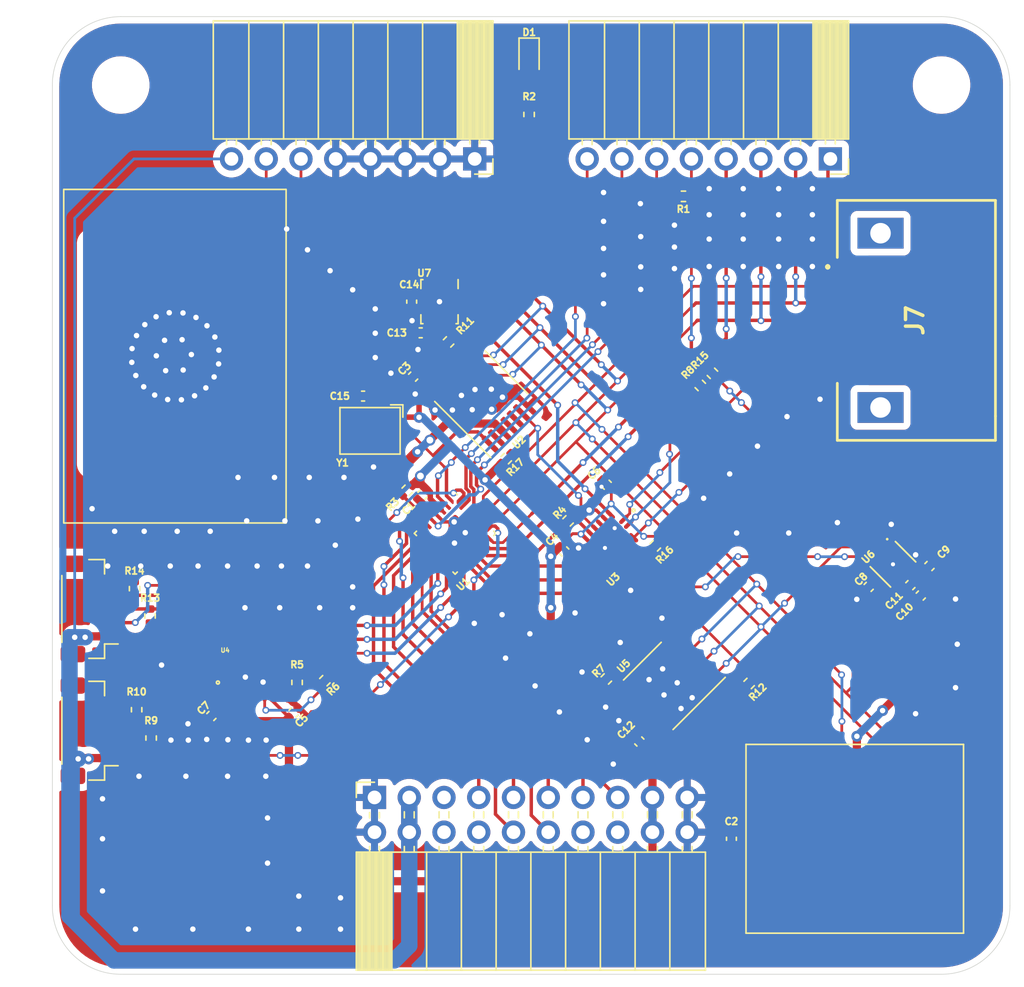
<source format=kicad_pcb>
(kicad_pcb (version 20211014) (generator pcbnew)
  (layers (0 "F.Cu" signal) (31 "B.Cu" signal) (34 "B.Paste" user) (35 "F.Paste" user) (36 "B.SilkS" user "B.Silkscreen") (37 "F.SilkS" user "F.Silkscreen") (38 "B.Mask" user) (39 "F.Mask" user) (44 "Edge.Cuts" user))
  (net 0 "")
  (net 1 "GND")
  (net 2 "+4V")
  (net 5 "+BATT")
  (net 7 "Net-(C8-Pad1)")
  (net 8 "Net-(D1-Pad2)")
  (net 9 "/IO/ADC_VBAT")
  (net 10 "/IO/ADC_3.3V")
  (net 11 "/IO/COM_RX")
  (net 13 "/IO/ADC_4V")
  (net 15 "+3V3")
  (net 16 "/IO/COM_TX")
  (net 17 "/IO/ROPE_CUT")
  (net 18 "/IO/BUZZER")
  (net 19 "/IO/TX")
  (net 20 "/IO/RX")
  (net 21 "/IO/~{RST}")
  (net 22 "/IO/SW_IO")
  (net 23 "/IO/SW_CLK")
  (net 24 "/CAM_SENS/MOSI")
  (net 25 "/CAM_SENS/MISO")
  (net 26 "/CAM_SENS/CLK")
  (net 28 "/MUX/~{SD_CARD_SS}")
  (net 30 "/MUX/CAM_ON_0")
  (net 31 "/MUX/CAM_REC_0")
  (net 32 "/CAM_SENS/HB_0")
  (net 34 "/MUX/CAM_ON_1")
  (net 35 "/MUX/CAM_REC_1")
  (net 36 "/CAM_SENS/HB_1")
  (net 38 "/MUX/~{BME680_SS}")
  (net 39 "/MUX/~{TEMP_OUT_SS}")
  (net 42 "/MCU/LED_0")
  (net 43 "/MCU/MUX_EN_0")
  (net 44 "Net-(R4-Pad2)")
  (net 45 "Net-(R5-Pad2)")
  (net 46 "/MCU/MUX_EN_1")
  (net 47 "Net-(R6-Pad2)")
  (net 48 "/MUX/~{TEMP_IN_SS}")
  (net 49 "/MUX/~{IMU_SS}")
  (net 50 "/MUX/~{MAG_SS}")
  (net 51 "/MUX/~{RTC_OUT}")
  (net 52 "/MCU/OSC32_IN")
  (net 53 "/MCU/S1_CAM")
  (net 54 "/MCU/S0_CAM")
  (net 55 "/MCU/S2_SENS")
  (net 56 "/MCU/S1_SENS")
  (net 57 "/MCU/S0_SENS")
  (footprint "LED_SMD:LED_0603_1608Metric" (layer "F.Cu") (at 127.45 66.65 -90)
    (fp_text reference "D1")
    (fp_text value "LED")
  )
  (footprint "Resistor_SMD:R_0402_1005Metric" (layer "F.Cu") (at 98.612 105.412 -90)
    (fp_text reference "R14")
    (fp_text value "12k")
  )
  (footprint "Package_SO:SOIC-8_3.9x4.9mm_P1.27mm" (layer "F.Cu") (at 137.541 112.522 -135)
    (fp_text reference "U5")
    (fp_text value "ADT7310")
  )
  (footprint "Resistor_SMD:R_0402_1005Metric" (layer "F.Cu") (at 99.742 107.412 90)
    (fp_text reference "R13")
    (fp_text value "12k")
  )
  (footprint "Connector_JST:JST_SH_BM05B-SRSS-TB_1x05-1MP_P1.00mm_Vertical" (layer "F.Cu") (at 95.307 106.897 90)
    (fp_text reference "J6" hide)
    (fp_text value "CAM_1")
  )
  (footprint "footprints:3034" (layer "F.Cu") (at 101.56 88.42 90)
    (fp_text reference "BT1" hide)
    (fp_text value "3.3V")
  )
  (footprint "Capacitor_SMD:C_0402_1005Metric" (layer "F.Cu") (at 135.509 116.586 -45)
    (fp_text reference "C12")
    (fp_text value "100nF")
  )
  (footprint "Resistor_SMD:R_0402_1005Metric" (layer "F.Cu") (at 125.7808 95.9104 -135)
    (fp_text reference "R17")
    (fp_text value "12k")
  )
  (footprint "Resistor_SMD:R_0402_1005Metric" (layer "F.Cu") (at 98.762 114.262 -90)
    (fp_text reference "R10")
    (fp_text value "12k")
  )
  (footprint "Capacitor_SMD:C_0402_1005Metric" (layer "F.Cu") (at 118.9736 89.916 -135)
    (fp_text reference "C3")
    (fp_text value "100nF")
  )
  (footprint "Capacitor_SMD:C_0402_1005Metric" (layer "F.Cu") (at 142.24 123.698 90)
    (fp_text reference "C2")
    (fp_text value "100nF")
  )
  (footprint "Connector_PinSocket_2.54mm:PinSocket_2x10_P2.54mm_Horizontal" (layer "F.Cu") (at 116.15 120.675 90)
    (fp_text reference "J1" hide)
    (fp_text value "BackBone" hide)
  )
  (footprint "footprints:Oscillator_SMD_SeikoEpson_TG-3541CE_3.2x2.5mm" (layer "F.Cu") (at 115.824 93.875719 180)
    (fp_text reference "Y1")
    (fp_text value "TG-3541CE")
  )
  (footprint "Connector_PinSocket_2.54mm:PinSocket_1x08_P2.54mm_Horizontal" (layer "F.Cu") (at 149.475 74 -90)
    (fp_text reference "J3" hide)
    (fp_text value "D2" hide)
  )
  (footprint "Resistor_SMD:R_0402_1005Metric" (layer "F.Cu") (at 138.7348 76.7334 180)
    (fp_text reference "R1")
    (fp_text value "12k")
  )
  (footprint "Package_SO:TSSOP-14_4.4x5mm_P0.65mm" (layer "F.Cu") (at 123.952 91.44 135)
    (fp_text reference "U2")
    (fp_text value "MCP795W22-I/ST")
  )
  (footprint "Capacitor_SMD:C_0402_1005Metric" (layer "F.Cu") (at 152.273 105.283 -135)
    (fp_text reference "C8")
    (fp_text value "220nF")
  )
  (footprint "Resistor_SMD:R_0402_1005Metric" (layer "F.Cu") (at 140.853188 89.672188 135)
    (fp_text reference "R15")
    (fp_text value "12k")
  )
  (footprint "Resistor_SMD:R_0402_1005Metric" (layer "F.Cu") (at 121.5644 87.376 -135)
    (fp_text reference "R11")
    (fp_text value "12k")
  )
  (footprint "Capacitor_SMD:C_0402_1005Metric" (layer "F.Cu") (at 104.225411 114.722589 -135)
    (fp_text reference "C7")
    (fp_text value "100nF")
  )
  (footprint "Capacitor_SMD:C_0402_1005Metric" (layer "F.Cu") (at 156.718 103.759 -135)
    (fp_text reference "C9")
    (fp_text value "100nF")
  )
  (footprint "Resistor_SMD:R_0402_1005Metric" (layer "F.Cu") (at 130.302 100.457 45)
    (fp_text reference "R4")
    (fp_text value "12k")
  )
  (footprint "Capacitor_SMD:C_0402_1005Metric" (layer "F.Cu") (at 118.868 84.4336 -90)
    (fp_text reference "C14")
    (fp_text value "100nF")
  )
  (footprint "footprints:QFN50P250X350X100-17N" (layer "F.Cu") (at 107.372 112.057732)
    (fp_text reference "U4")
    (fp_text value "74HCT4051BQ-Q100,1")
  )
  (footprint "Capacitor_SMD:C_0402_1005Metric" (layer "F.Cu") (at 115.316 91.335719 180)
    (fp_text reference "C15")
    (fp_text value "100nF")
  )
  (footprint "footprints:470804005" (layer "F.Cu") (at 155.66 85.8 90)
    (fp_text reference "J7")
    (fp_text value "47080-4005" hide)
  )
  (footprint "Resistor_SMD:R_0402_1005Metric" (layer "F.Cu") (at 99.822 116.332 90)
    (fp_text reference "R9")
    (fp_text value "12k")
  )
  (footprint "Package_DFN_QFN:QFN-28_4x4mm_P0.5mm" (layer "F.Cu") (at 122.044 101.371719 -45)
    (fp_text reference "U1")
    (fp_text value "STM32G071GBU")
  )
  (footprint "Resistor_SMD:R_0402_1005Metric" (layer "F.Cu") (at 110.49 112.268 90)
    (fp_text reference "R5")
    (fp_text value "12k")
  )
  (footprint "MountingHole:MountingHole_3.2mm_M3" (layer "F.Cu") (at 97.6 68.6)
    (fp_text reference "H2" hide)
    (fp_text value "Spacer" hide)
  )
  (footprint "footprints:QFN50P250X350X100-17N" (layer "F.Cu") (at 133.35 101.727 -135)
    (fp_text reference "U3")
    (fp_text value "74HCT4051BQ-Q100,1")
  )
  (footprint "Capacitor_SMD:C_0402_1005Metric" (layer "F.Cu") (at 119.6594 98.552 -135)
    (fp_text reference "C1")
    (fp_text value "100nF")
  )
  (footprint "Capacitor_SMD:C_0402_1005Metric" (layer "F.Cu") (at 133.1214 97.8154 135)
    (fp_text reference "C6")
    (fp_text value "100nF")
  )
  (footprint "Resistor_SMD:R_0402_1005Metric" (layer "F.Cu") (at 139.964188 90.561188 135)
    (fp_text reference "R8")
    (fp_text value "12k")
  )
  (footprint "footprints:PQFN50P200X200X70-12N" (layer "F.Cu") (at 154.051 103.632 -45)
    (fp_text reference "U6")
    (fp_text value "LIS2MDLTR")
  )
  (footprint "Capacitor_SMD:C_0402_1005Metric" (layer "F.Cu") (at 110.236 114.477732 -135)
    (fp_text reference "C5")
    (fp_text value "100nF")
  )
  (footprint "Resistor_SMD:R_0402_1005Metric" (layer "F.Cu") (at 127.45 70.75 90)
    (fp_text reference "R2")
    (fp_text value "330")
  )
  (footprint "Connector_JST:JST_SH_BM05B-SRSS-TB_1x05-1MP_P1.00mm_Vertical" (layer "F.Cu") (at 95.307 115.797 90)
    (fp_text reference "J5" hide)
    (fp_text value "CAM_0")
  )
  (footprint "Capacitor_SMD:C_0402_1005Metric" (layer "F.Cu") (at 119.5265 86.7116)
    (fp_text reference "C13")
    (fp_text value "100nF")
  )
  (footprint "footprints:Micro_SD" (layer "F.Cu") (at 153.807 122.598 180)
    (fp_text reference "J4" hide)
    (fp_text value "Micro_SD_Card")
  )
  (footprint "Resistor_SMD:R_0402_1005Metric" (layer "F.Cu") (at 112.522 112.141 -135)
    (fp_text reference "R6")
    (fp_text value "12k")
  )
  (footprint "Resistor_SMD:R_0402_1005Metric" (layer "F.Cu") (at 143.5354 112.3442 -135)
    (fp_text reference "R12")
    (fp_text value "12k")
  )
  (footprint "Capacitor_SMD:C_0402_1005Metric" (layer "F.Cu") (at 155.321 105.156 -135)
    (fp_text reference "C11")
    (fp_text value "100nF")
  )
  (footprint "Capacitor_SMD:C_0402_1005Metric" (layer "F.Cu") (at 130.0226 102.6922 135)
    (fp_text reference "C4")
    (fp_text value "100nF")
  )
  (footprint "Resistor_SMD:R_0402_1005Metric" (layer "F.Cu") (at 136.6774 102.2858 45)
    (fp_text reference "R16")
    (fp_text value "12k")
  )
  (footprint "MountingHole:MountingHole_3.2mm_M3" (layer "F.Cu") (at 157.6 68.6)
    (fp_text reference "H1" hide)
    (fp_text value "Spacer" hide)
  )
  (footprint "Package_LGA:LGA-14_3x2.5mm_P0.5mm_LayoutBorder3x4y" (layer "F.Cu") (at 120.9 84.4336 -90)
    (fp_text reference "U7")
    (fp_text value "LSM6DSRX")
  )
  (footprint "Connector_PinSocket_2.54mm:PinSocket_1x08_P2.54mm_Horizontal" (layer "F.Cu") (at 123.475 74 -90)
    (fp_text reference "J2" hide)
    (fp_text value "D1" hide)
  )
  (footprint "Resistor_SMD:R_0402_1005Metric" (layer "F.Cu") (at 133.096 112.014 -135)
    (fp_text reference "R7")
    (fp_text value "12k")
  )
  (footprint "Capacitor_SMD:C_0402_1005Metric" (layer "F.Cu") (at 156.083 105.918 -135)
    (fp_text reference "C10")
    (fp_text value "10uF")
  )
  (footprint "Resistor_SMD:R_0402_1005Metric" (layer "F.Cu") (at 118.5418 98.2218 -135)
    (fp_text reference "R3")
    (fp_text value "12k")
  )
  (gr_arc (start 97.6 133.6) (mid 94.064466 132.135534) (end 92.6 128.6) (layer "Edge.Cuts") (width 0.05))
  (gr_line (start 157.6 133.6) (end 97.6 133.6) (layer "Edge.Cuts") (width 0.05))
  (gr_line (start 92.6 128.6) (end 92.6 68.6) (layer "Edge.Cuts") (width 0.05))
  (gr_line (start 97.6 63.6) (end 157.6 63.6) (layer "Edge.Cuts") (width 0.05))
  (gr_arc (start 162.6 128.6) (mid 161.135534 132.135534) (end 157.6 133.6) (layer "Edge.Cuts") (width 0.05))
  (gr_arc (start 157.6 63.6) (mid 161.135534 65.064466) (end 162.6 68.6) (layer "Edge.Cuts") (width 0.05))
  (gr_arc (start 92.6 68.6) (mid 94.064466 65.064466) (end 97.6 63.6) (layer "Edge.Cuts") (width 0.05))
  (gr_line (start 162.6 68.6) (end 162.6 128.6) (layer "Edge.Cuts") (width 0.05))
  (segment (start 132.35326 99.6696) (end 133.031802 100.348142) (width 0.25) (layer "F.Cu") (net 1))
  (segment (start 121.205481 100.5332) (end 120.673981 100.0017) (width 0.25) (layer "F.Cu") (net 1))
  (segment (start 151.933589 105.663853) (end 151.404721 106.192721) (width 0.2) (layer "F.Cu") (net 1))
  (segment (start 119.9875 84.9336) (end 120.4 84.9336) (width 0.4) (layer "F.Cu") (net 1))
  (segment (start 109.072 112.307732) (end 107.622 112.307732) (width 0.2) (layer "F.Cu") (net 1))
  (segment (start 154.981589 105.495411) (end 154.981589 104.916143) (width 0.2) (layer "F.Cu") (net 1))
  (segment (start 114.224 92.875719) (end 114.224 93.525719) (width 0.2) (layer "F.Cu") (net 1))
  (segment (start 126.684316 91.4146) (end 125.5014 91.4146) (width 0.4) (layer "F.Cu") (net 1))
  (segment (start 119.0465 86.7116) (end 119.0465 87.6521) (width 0.4) (layer "F.Cu") (net 1))
  (segment (start 119.9875 84.9336) (end 118.888 84.9336) (width 0.4) (layer "F.Cu") (net 1))
  (segment (start 155.743589 106.257411) (end 154.981589 105.495411) (width 0.2) (layer "F.Cu") (net 1))
  (segment (start 154.046441 104.144559) (end 154.046441 103.636559) (width 0.2) (layer "F.Cu") (net 1))
  (segment (start 119.9875 84.4336) (end 120.4875 84.4336) (width 0.4) (layer "F.Cu") (net 1))
  (segment (start 131.8413 99.6696) (end 132.35326 99.6696) (width 0.25) (layer "F.Cu") (net 1))
  (segment (start 118.888 84.9336) (end 118.868 84.9136) (width 0.4) (layer "F.Cu") (net 1))
  (segment (start 119.0465 86.7116) (end 119.0465 85.9776) (width 0.2) (layer "F.Cu") (net 1))
  (segment (start 135.169589 115.791437) (end 136.239924 114.721102) (width 0.2) (layer "F.Cu") (net 1))
  (segment (start 132.781989 97.475989) (end 132.781989 97.926863) (width 0.2) (layer "F.Cu") (net 1))
  (segment (start 119.0465 87.6521) (end 119.3292 87.9348) (width 0.4) (layer "F.Cu") (net 1))
  (segment (start 119.0465 85.9776) (end 118.8915 85.8226) (width 0.2) (layer "F.Cu") (net 1))
  (segment (start 132.781989 97.475989) (end 132.781989 97.679189) (width 0.2) (layer "F.Cu") (net 1))
  (segment (start 120.9 84.4336) (end 120.9 83.5211) (width 0.4) (layer "F.Cu") (net 1))
  (segment (start 107.372 112.057732) (end 106.890422 112.057732) (width 0.2) (layer "F.Cu") (net 1))
  (segment (start 119.620492 98.942211) (end 120.673981 99.9957) (width 0.25) (layer "F.Cu") (net 1))
  (segment (start 135.169589 116.246589) (end 135.169589 115.791437) (width 0.2) (layer "F.Cu") (net 1))
  (segment (start 154.411624 104.346178) (end 154.210005 104.144559) (width 0.2) (layer "F.Cu") (net 1))
  (segment (start 131.971142 102.752305) (end 131.378105 102.752305) (width 0.2) (layer "F.Cu") (net 1))
  (segment (start 120.9 83.5211) (end 120.65 83.2711) (width 0.4) (layer "F.Cu") (net 1))
  (segment (start 121.15 83.2711) (end 121.15 84.1836) (width 0.2) (layer "F.Cu") (net 1))
  (segment (start 119.9875 84.4336) (end 120.9 84.4336) (width 0.2) (layer "F.Cu") (net 1))
  (segment (start 119.9875 84.9336) (end 120.273 84.9336) (width 0.2) (layer "F.Cu") (net 1))
  (segment (start 131.378105 102.752305) (end 131.064 102.4382) (width 0.2) (layer "F.Cu") (net 1))
  (segment (start 135.169589 116.221189) (end 135.169589 116.246589) (width 0.2) (layer "F.Cu") (net 1))
  (segment (start 120.273 84.9336) (end 120.4 84.9336) (width 0.2) (layer "F.Cu") (net 1))
  (segment (start 120.4875 84.4336) (end 119.9875 84.9336) (width 0.4) (layer "F.Cu") (net 1))
  (segment (start 115.124 94.425719) (end 115.124 94.875719) (width 0.2) (layer "F.Cu") (net 1))
  (segment (start 120.9 83.5211) (end 121.15 83.2711) (width 0.4) (layer "F.Cu") (net 1))
  (segment (start 154.046441 103.636559) (end 154.051 103.632) (width 0.2) (layer "F.Cu") (net 1))
  (segment (start 107.372 112.057732) (end 107.820077 112.057732) (width 0.2) (layer "F.Cu") (net 1))
  (segment (start 154.046441 104.144559) (end 153.891995 104.144559) (width 0.2) (layer "F.Cu") (net 1))
  (segment (start 154.210005 104.144559) (end 154.046441 104.144559) (width 0.2) (layer "F.Cu") (net 1))
  (segment (start 109.072 112.307732) (end 110.019732 112.307732) (width 0.2) (layer "F.Cu") (net 1))
  (segment (start 120.4 84.9336) (end 120.9 84.4336) (width 0.4) (layer "F.Cu") (net 1))
  (segment (start 118.634189 90.255411) (end 118.634189 90.694189) (width 0.2) (layer "F.Cu") (net 1))
  (segment (start 130.565211 103.184011) (end 131.539436 103.184011) (width 0.2) (layer "F.Cu") (net 1))
  (segment (start 120.65 83.2711) (end 120.65 84.1836) (width 0.2) (layer "F.Cu") (net 1))
  (segment (start 154.981589 104.916143) (end 154.411624 104.346178) (width 0.2) (layer "F.Cu") (net 1))
  (segment (start 121.9708 100.5332) (end 121.205481 100.5332) (width 0.25) (layer "F.Cu") (net 1))
  (segment (start 134.0104 115.062) (end 135.169589 116.221189) (width 0.2) (layer "F.Cu") (net 1))
  (segment (start 133.063342 100.348142) (end 133.7056 100.9904) (width 0.25) (layer "F.Cu") (net 1))
  (segment (start 132.781989 97.926863) (end 132.746015 97.962837) (width 0.2) (layer "F.Cu") (net 1))
  (segment (start 110.019732 112.307732) (end 110.49 112.778) (width 0.2) (layer "F.Cu") (net 1))
  (segment (start 155.775935 102.87) (end 155.705222 102.940713) (width 0.2) (layer "F.Cu") (net 1))
  (segment (start 107.820077 112.057732) (end 108.004797 112.242452) (width 0.2) (layer "F.Cu") (net 1))
  (segment (start 120.9 84.4336) (end 120.4875 84.4336) (width 0.4) (layer "F.Cu") (net 1))
  (segment (start 109.072 112.63491) (end 110.575411 114.138321) (width 0.2) (layer "F.Cu") (net 1))
  (segment (start 156.507822 102.87) (end 155.775935 102.87) (width 0.2) (layer "F.Cu") (net 1))
  (segment (start 157.057411 103.419589) (end 156.507822 102.87) (width 0.2) (layer "F.Cu") (net 1))
  (segment (start 119.269189 98.942211) (end 119.620492 98.942211) (width 0.2) (layer "F.Cu") (net 1))
  (segment (start 118.634189 90.694189) (end 119.126 91.186) (width 0.2) (layer "F.Cu") (net 1))
  (segment (start 120.673981 99.9957) (end 120.673981 100.0017) (width 0.2) (layer "F.Cu") (net 1))
  (segment (start 133.031802 100.348142) (end 133.063342 100.348142) (width 0.25) (layer "F.Cu") (net 1))
  (segment (start 131.971142 102.752305) (end 132.996447 101.727) (width 0.25) (layer "F.Cu") (net 1))
  (segment (start 121.15 84.1836) (end 120.9 84.4336) (width 0.2) (layer "F.Cu") (net 1))
  (segment (start 131.539436 103.184011) (end 131.971142 102.752305) (width 0.2) (layer "F.Cu") (net 1))
  (segment (start 118.868 84.9136) (end 118.868 85.7991) (width 0.2) (layer "F.Cu") (net 1))
  (segment (start 109.072 112.307732) (end 109.072 112.63491) (width 0.2) (layer "F.Cu") (net 1))
  (segment (start 151.933589 105.622411) (end 151.933589 105.663853) (width 0.2) (layer "F.Cu") (net 1))
  (segment (start 120.65 84.1836) (end 120.9 84.4336) (width 0.2) (layer "F.Cu") (net 1))
  (segment (start 114.224 93.525719) (end 115.124 94.425719) (width 0.2) (layer "F.Cu") (net 1))
  (segment (start 119.9875 84.4336) (end 119.9875 84.9336) (width 0.4) (layer "F.Cu") (net 1))
  (segment (start 107.622 112.307732) (end 107.372 112.057732) (width 0.2) (layer "F.Cu") (net 1))
  (segment (start 132.781989 97.679189) (end 132.8674 97.7646) (width 0.2) (layer "F.Cu") (net 1))
  (segment (start 106.890422 112.057732) (end 106.709766 111.877076) (width 0.2) (layer "F.Cu") (net 1))
  (segment (start 127.354951 92.085235) (end 126.684316 91.4146) (width 0.4) (layer "F.Cu") (net 1))
  (segment (start 153.891995 104.144559) (end 153.690376 104.346178) (width 0.2) (layer "F.Cu") (net 1))
  (segment (start 132.996447 101.727) (end 133.35 101.727) (width 0.25) (layer "F.Cu") (net 1))
  (segment (start 118.868 85.7991) (end 118.8915 85.8226) (width 0.2) (layer "F.Cu") (net 1))
  (via (at 113.284 102.235) (size 0.8) (drill 0.4) (layers "F.Cu" "B.Cu") (net 1))
  (via (at 102.083341 87.213615) (size 0.8) (drill 0.4) (layers "F.Cu" "B.Cu") (net 1))
  (via (at 102.997 91.313) (size 0.8) (drill 0.4) (layers "F.Cu" "B.Cu") (net 1))
  (via (at 153.924 100.711) (size 0.8) (drill 0.4) (layers "F.Cu" "B.Cu") (net 1))
  (via (at 113.919 97.282) (size 0.8) (drill 0.4) (layers "F.Cu" "B.Cu") (net 1))
  (via (at 158.623 106.172) (size 0.8) (drill 0.4) (layers "F.Cu" "B.Cu") (net 1))
  (via (at 98.754204 86.913789) (size 0.8) (drill 0.4) (layers "F.Cu" "B.Cu") (net 1))
  (via (at 114.554 83.566) (size 0.8) (drill 0.4) (layers "F.Cu" "B.Cu") (net 1))
  (via (at 145.6944 78.0796) (size 0.8) (drill 0.4) (layers "F.Cu" "B.Cu") (net 1))
  (via (at 116.205 88.519) (size 0.8) (drill 0.4) (layers "F.Cu" "B.Cu") (net 1))
  (via (at 101.219 103.759) (size 0.8) (drill 0.4) (layers "F.Cu" "B.Cu") (net 1))
  (via (at 100.883341 89.477615) (size 0.8) (drill 0.4) (layers "F.Cu" "B.Cu") (net 1))
  (via (at 106.807 100.457) (size 0.8) (drill 0.4) (layers "F.Cu" "B.Cu") (net 1))
  (via (at 148.1582 78.0796) (size 0.8) (drill 0.4) (layers "F.Cu" "B.Cu") (net 1))
  (via (at 102.763682 88.29923) (size 0.8) (drill 0.4) (layers "F.Cu" "B.Cu") (net 1))
  (via (at 105.41 103.759) (size 0.8) (drill 0.4) (layers "F.Cu" "B.Cu") (net 1))
  (via (at 108.839 97.282) (size 0.8) (drill 0.4) (layers "F.Cu" "B.Cu") (net 1))
  (via (at 96.647 103.759) (size 0.8) (drill 0.4) (layers "F.Cu" "B.Cu") (net 1))
  (via (at 120.9 84.4336) (size 0.8) (drill 0.4) (layers "F.Cu" "B.Cu") (net 1))
  (via (at 99.314 101.219) (size 0.8) (drill 0.4) (layers "F.Cu" "B.Cu") (net 1))
  (via (at 114.554 106.807) (size 0.8) (drill 0.4) (layers "F.Cu" "B.Cu") (net 1))
  (via (at 98.679 130.302) (size 0.8) (drill 0.4) (layers "F.Cu" "B.Cu") (net 1))
  (via (at 151.404721 106.192721) (size 0.8) (drill 0.4) (layers "F.Cu" "B.Cu") (net 1))
  (via (at 140.6144 78.0796) (size 0.8) (drill 0.4) (layers "F.Cu" "B.Cu") (net 1))
  (via (at 116.205 84.963) (size 0.8) (drill 0.4) (layers "F.Cu" "B.Cu") (net 1))
  (via (at 138.2776 112.2934) (size 0.8) (drill 0.4) (layers "F.Cu" "B.Cu") (net 1))
  (via (at 148.1582 79.8576) (size 0.8) (drill 0.4) (layers "F.Cu" "B.Cu") (net 1))
  (via (at 110.617 130.302) (size 0.8) (drill 0.4) (layers "F.Cu" "B.Cu") (net 1))
  (via (at 138.0744 80.4418) (size 0.8) (drill 0.4) (layers "F.Cu" "B.Cu") (net 1))
  (via (at 143.1036 81.8642) (size 0.8) (drill 0.4) (layers "F.Cu" "B.Cu") (net 1))
  (via (at 101.727 101.219) (size 0.8) (drill 0.4) (layers "F.Cu" "B.Cu") (net 1))
  (via (at 96.266 127.508) (size 0.8) (drill 0.4) (layers "F.Cu" "B.Cu") (net 1))
  (via (at 98.426297 87.86411) (size 0.8) (drill 0.4) (layers "F.Cu" "B.Cu") (net 1))
  (via (at 140.6144 76.1746) (size 0.8) (drill 0.4) (layers "F.Cu" "B.Cu") (net 1))
  (via (at 111.252 80.645) (size 0.8) (drill 0.4) (layers "F.Cu" "B.Cu") (net 1))
  (via (at 138.557 114.173) (size 0.8) (drill 0.4) (layers "F.Cu" "B.Cu") (net 1))
  (via (at 112.014 100.457) (size 0.8) (drill 0.4) (layers "F.Cu" "B.Cu") (net 1))
  (via (at 98.933 119.126) (size 0.8) (drill 0.4) (layers "F.Cu" "B.Cu") (net 1))
  (via (at 144.145 94.996) (size 0.8) (drill 0.4) (layers "F.Cu" "B.Cu") (net 1))
  (via (at 100.584 110.998) (size 0.8) (drill 0.4) (layers "F.Cu" "B.Cu") (net 1))
  (via (at 124.714 92.3036) (size 0.8) (drill 0.4) (layers "F.Cu" "B.Cu") (net 1))
  (via (at 107.569 103.759) (size 0.8) (drill 0.4) (layers "F.Cu" "B.Cu") (net 1))
  (via (at 108.331 122.174) (size 0.8) (drill 0.4) (layers "F.Cu" "B.Cu") (net 1))
  (via (at 146.304 92.837) (size 0.8) (drill 0.4) (layers "F.Cu" "B.Cu") (net 1))
  (via (at 139.3698 113.3856) (size 0.8) (drill 0.4) (layers "F.Cu" "B.Cu") (net 1))
  (via (at 106.68 106.807) (size 0.8) (drill 0.4) (layers "F.Cu" "B.Cu") (net 1))
  (via (at 140.6144 79.8576) (size 0.8) (drill 0.4) (layers "F.Cu" "B.Cu") (net 1))
  (via (at 102.035435 91.606302) (size 0.8) (drill 0.4) (layers "F.Cu" "B.Cu") (net 1))
  (via (at 105.41 119.126) (size 0.8) (drill 0.4) (layers "F.Cu" "B.Cu") (net 1))
  (via (at 137.16 107.569) (size 0.8) (drill 0.4) (layers "F.Cu" "B.Cu") (net 1))
  (via (at 104.479187 87.017407) (size 0.8) (drill 0.4) (layers "F.Cu" "B.Cu") (net 1))
  (via (at 102.150297 85.26011) (size 0.8) (drill 0.4) (layers "F.Cu" "B.Cu") (net 1))
  (via (at 97.155 101.219) (size 0.8) (drill 0.4) (layers "F.Cu" "B.Cu") (net 1))
  (via (at 135.6106 81.8896) (size 0.8) (drill 0.4) (layers "F.Cu" "B.Cu") (net 1))
  (via (at 103.820867 90.736912) (size 0.8) (drill 0.4) (layers "F.Cu" "B.Cu") (net 1))
  (via (at 109.347 103.759) (size 0.8) (drill 0.4) (layers "F.Cu" "B.Cu") (net 1))
  (via (at 132.8928 78.5622) (size 0.8) (drill 0.4) (layers "F.Cu" "B.Cu") (net 1))
  (via (at 106.172 97.282) (size 0.8) (drill 0.4) (layers "F.Cu" "B.Cu") (net 1))
  (via (at 143.1036 79.8576) (size 0.8) (drill 0.4) (layers "F.Cu" "B.Cu") (net 1))
  (via (at 113.665 130.302) (size 0.8) (drill 0.4) (layers "F.Cu" "B.Cu") (net 1))
  (via (at 101.030297 91.58811) (size 0.8) (drill 0.4) (layers "F.Cu" "B.Cu") (net 1))
  (via (at 138.0744 82.0166) (size 0.8) (drill 0.4) (layers "F.Cu" "B.Cu") (net 1))
  (via (at 96.266 123.698) (size 0.8) (drill 0.4) (layers "F.Cu" "B.Cu") (net 1))
  (via (at 148.717 91.567) (size 0.8) (drill 0.4) (layers "F.Cu" "B.Cu") (net 1))
  (via (at 98.408105 88.869248) (size 0.8) (drill 0.4) (layers "F.Cu" "B.Cu") (net 1))
  (via (at 140.6144 81.8642) (size 0.8) (drill 0.4) (layers "F.Cu" "B.Cu") (net 1))
  (via (at 102.5398 116.4844) (size 0.8) (drill 0.4) (layers "F.Cu" "B.Cu") (net 1))
  (via (at 137.2108 111.2774) (size 0.8) (drill 0.4) (layers "F.Cu" "B.Cu") (net 1))
  (via (at 100.203 88.392) (size 0.8) (drill 0.4) (layers "F.Cu" "B.Cu") (net 1))
  (via (at 121.9708 100.5332) (size 0.8) (drill 0.4) (layers "F.Cu" "B.Cu") (net 1))
  (via (at 95.504 99.568) (size 0.8) (drill 0.4) (layers "F.Cu" "B.Cu") (net 1))
  (via (at 116.205 86.741) (size 0.8) (drill 0.4) (layers "F.Cu" "B.Cu") (net 1))
  (via (at 104.754297 88.98411) (size 0.8) (drill 0.4) (layers "F.Cu" "B.Cu") (net 1))
  (via (at 145.6944 76.1746) (size 0.8) (drill 0.4) (layers "F.Cu" "B.Cu") (net 1))
  (via (at 109.22 106.807) (size 0.8) (drill 0.4) (layers "F.Cu" "B.Cu") (net 1))
  (via (at 146.431 101.346) (size 0.8) (drill 0.4) (layers "F.Cu" "B.Cu") (net 1))
  (via (at 148.1582 76.1746) (size 0.8) (drill 0.4) (layers "F.Cu" "B.Cu") (net 1))
  (via (at 108.331 125.476) (size 0.8) (drill 0.4) (layers "F.Cu" "B.Cu") (net 1))
  (via (at 125.5014 91.4146) (size 0.8) (drill 0.4) (layers "F.Cu" "B.Cu") (net 1))
  (via (at 143.1036 78.0796) (size 0.8) (drill 0.4) (layers "F.Cu" "B.Cu") (net 1))
  (via (at 103.100618 85.588017) (size 0.8) (drill 0.4) (layers "F.Cu" "B.Cu") (net 1))
  (via (at 102.87 130.302) (size 0.8) (drill 0.4) (layers "F.Cu" "B.Cu") (net 1))
  (via (at 98.701407 89.830813) (size 0.8) (drill 0.4) (layers "F.Cu" "B.Cu") (net 1))
  (via (at 135.6106 79.6798) (size 0.8) (drill 0.4) (layers "F.Cu" "B.Cu") (net 1))
  (via (at 132.8928 76.454) (size 0.8) (drill 0.4) (layers "F.Cu" "B.Cu") (net 1))
  (via (at 117.348 89.662) (size 0.8) (drill 0.4) (layers "F.Cu" "B.Cu") (net 1))
  (via (at 99.06 103.759) (size 0.8) (drill 0.4) (layers "F.Cu" "B.Cu") (net 1))
  (via (at 124.6886 90.8304) (size 0.8) (drill 0.4) (layers "F.Cu" "B.Cu") (net 1))
  (via (at 112.903 82.169) (size 0.8) (drill 0.4) (layers "F.Cu" "B.Cu") (net 1))
  (via (at 109.728 79.121) (size 0.8) (drill 0.4) (layers "F.Cu" "B.Cu") (net 1))
  (via (at 149.987 100.584) (size 0.8) (drill 0.4) (layers "F.Cu" "B.Cu") (net 1))
  (via (at 158.623 112.649) (size 0.8) (drill 0.4) (layers "F.Cu" "B.Cu") (net 1))
  (via (at 105.4354 116.459) (size 0.8) (drill 0.4) (layers "F.Cu" "B.Cu") (net 1))
  (via (at 132.746015 97.962837) (size 0.5) (drill 0.3) (layers "F.Cu" "B.Cu") (net 1))
  (via (at 100.183594 85.53522) (size 0.8) (drill 0.4) (layers "F.Cu" "B.Cu") (net 1))
  (via (at 135.6106 83.5406) (size 0.8) (drill 0.4) (layers "F.Cu" "B.Cu") (net 1))
  (via (at 131.318 111.506) (size 0.8) (drill 0.4) (layers "F.Cu" "B.Cu") (net 1))
  (via (at 121.8438 92.3544) (size 0.8) (drill 0.4) (layers "F.Cu" "B.Cu") (net 1))
  (via (at 109.601 100.457) (size 0.8) (drill 0.4) (layers "F.Cu" "B.Cu") (net 1))
  (via (at 132.8928 84.582) (size 0.8) (drill 0.4) (layers "F.Cu" "B.Cu") (net 1))
  (via (at 119.3292 87.9348) (size 0.8) (drill 0.4) (layers "F.Cu" "B.Cu") (net 1))
  (via (at 100.079976 91.260203) (size 0.8) (drill 0.4) (layers "F.Cu" "B.Cu") (net 1))
  (via (at 108.2294 116.4844) (size 0.8) (drill 0.4) (layers "F.Cu" "B.Cu") (net 1))
  (via (at 114.554 105.283) (size 0.8) (drill 0.4) (layers "F.Cu" "B.Cu") (net 1))
  (via (at 103.903099 86.19354) (size 0.8) (drill 0.4) (layers "F.Cu" "B.Cu") (net 1))
  (via (at 104.772489 87.978972) (size 0.8) (drill 0.4) (layers "F.Cu" "B.Cu") (net 1))
  (via (at 155.705222 102.940713) (size 0.8) (drill 0.4) (layers "F.Cu" "B.Cu") (net 1))
  (via (at 104.14 101.219) (size 0.8) (drill 0.4) (layers "F.Cu" "B.Cu") (net 1))
  (via (at 134.0104 115.062) (size 0.8) (drill 0.4) (layers "F.Cu" "B.Cu") (net 1))
  (via (at 138.0744 78.8416) (size 0.8) (drill 0.4) (layers "F.Cu" "B.Cu") (net 1))
  (via (at 133.604 118.237) (size 0.8) (drill 0.4) (layers "F.Cu" "B.Cu") (net 1))
  (via (at 142.113 97.028) (size 0.8) (drill 0.4) (layers "F.Cu" "B.Cu") (net 1))
  (via (at 110.617 127.889) (size 0.8) (drill 0.4) (layers "F.Cu" "B.Cu") (net 1))
  (via (at 116.078 96.52) (size 0.8) (drill 0.4) (layers "F.Cu" "B.Cu") (net 1))
  (via (at 104.42639 89.934431) (size 0.8) (drill 0.4) (layers "F.Cu" "B.Cu") (net 1))
  (via (at 129.667 114.427) (size 0.8) (drill 0.4) (layers "F.Cu" "B.Cu") (net 1))
  (via (at 132.8928 80.5434) (size 0.8) (drill 0.4) (layers "F.Cu" "B.Cu") (net 1))
  (via (at 158.75 109.474) (size 0.8) (drill 0.4) (layers "F.Cu" "B.Cu") (net 1))
  (via (at 131.8413 99.6696) (size 0.8) (drill 0.4) (layers "F.Cu" "B.Cu") (net 1))
  (via (at 99.359727 86.111308) (size 0.8) (drill 0.4) (layers "F.Cu" "B.Cu") (net 1))
  (via (at 101.145159 85.241918) (size 0.8) (drill 0.4) (layers "F.Cu" "B.Cu") (net 1))
  (via (at 137.3124 113.1824) (size 0.8) (drill 0.4) (layers "F.Cu" "B.Cu") (net 1))
  (via (at 100.803 87.26) (size 0.8) (drill 0.4) (layers "F.Cu" "B.Cu") (net 1))
  (via (at 103.251 103.759) (size 0.8) (drill 0.4) (layers "F.Cu" "B.Cu") (net 1))
  (via (at 123.444 107.95) (size 0.8) (drill 0.4) (layers "F.Cu" "B.Cu") (net 1))
  (via (at 127.889 112.522) (size 0.8) (drill 0.4) (layers "F.Cu" "B.Cu") (net 1))
  (via (at 130.81 107.188) (size 0.8) (drill 0.4) (layers "F.Cu" "B.Cu") (net 1))
  (via (at 131.699 116.459) (size 0.8) (drill 0.4) (layers "F.Cu" "B.Cu") (net 1))
  (via (at 102.5144 115.2906) (size 0.8) (drill 0.4) (layers "F.Cu" "B.Cu") (net 1))
  (via (at 125.476 107.315) (size 0.8) (drill 0.4) (layers "F.Cu" "B.Cu") (net 1))
  (via (at 96.266 120.777) (size 0.8) (drill 0.4) (layers "F.Cu" "B.Cu") (net 1))
  (via (at 133.7056 100.9904) (size 0.5) (drill 0.3) (layers "F.Cu" "B.Cu") (net 1))
  (via (at 142.621 101.346) (size 0.8) (drill 0.4) (layers "F.Cu" "B.Cu") (net 1))
  (via (at 112.141 106.807) (size 0.8) (drill 0.4) (layers "F.Cu" "B.Cu") (net 1))
  (via (at 108.204 119.126) (size 0.8) (drill 0.4) (layers "F.Cu" "B.Cu") (net 1))
  (via (at 136.2202 112.0648) (size 0.8) (drill 0.4) (layers "F.Cu" "B.Cu") (net 1))
  (via (at 143.1036 76.1746) (size 0.8) (drill 0.4) (layers "F.Cu" "B.Cu") (net 1))
  (via (at 111.252 103.759) (size 0.8) (drill 0.4) (layers "F.Cu" "B.Cu") (net 1))
  (via (at 120.5738 92.3544) (size 0.8) (drill 0.4) (layers "F.Cu" "B.Cu") (net 1))
  (via (at 108.004797 112.242452) (size 0.8) (drill 0.4) (layers "F.Cu" "B.Cu") (net 1))
  (via (at 154.051 103.632) (size 0.5) (drill 0.3) (layers "F.Cu" "B.Cu") (net 1))
  (via (at 106.934 116.4844) (size 0.8) (drill 0.4) (layers "F.Cu" "B.Cu") (net 1))
  (via (at 132.8928 82.4738) (size 0.8) (drill 0.4) (layers "F.Cu" "B.Cu") (net 1))
  (via (at 140.208 98.806) (size 0.8) (drill 0.4) (layers "F.Cu" "B.Cu") (net 1))
  (via (at 122.7836 101.3206) (size 0.8) (drill 0.4) (layers "F.Cu" "B.Cu") (net 1))
  (via (at 123.4948 90.8558) (size 0.8) (drill 0.4) (layers "F.Cu" "B.Cu") (net 1))
  (via (at 133.0452 114.0714) (size 0.8) (drill 0.4) (layers "F.Cu" "B.Cu") (net 1))
  (via (at 122.5042 91.2876) (size 0.8) (drill 0.4) (layers "F.Cu" "B.Cu") (net 1))
  (via (at 106.934 130.302) (size 0.8) (drill 0.4) (layers "F.Cu" "B.Cu") (net 1))
  (via (at 123.2916 92.329) (size 0.8) (drill 0.4) (layers "F.Cu" "B.Cu") (net 1))
  (via (at 134.112 109.347) (size 0.8) (drill 0.4) (layers "F.Cu" "B.Cu") (net 1))
  (via (at 114.935 100.33) (size 0.8) (drill 0.4) (layers "F.Cu" "B.Cu") (net 1))
  (via (at 125.73 110.49) (size 0.8) (drill 0.4) (layers "F.Cu" "B.Cu") (net 1))
  (via (at 113.665 128.016) (size 0.8) (drill 0.4) (layers "F.Cu" "B.Cu") (net 1))
  (via (at 135.5852 77.2668) (size 0.8) (drill 0.4) (layers "F.Cu" "B.Cu") (net 1))
  (via (at 118.8915 85.8226) (size 0.8) (drill 0.4) (layers "F.Cu" "B.Cu") (net 1))
  (via (at 145.6944 79.8576) (size 0.8) (drill 0.4) (layers "F.Cu" "B.Cu") (net 1))
  (via (at 121.9962 102.0826) (size 0.8) (drill 0.4) (layers "F.Cu" "B.Cu") (net 1))
  (via (at 101.2698 116.4844) (size 0.8) (drill 0.4) (layers "F.Cu" "B.Cu") (net 1))
  (via (at 134.874 105.537) (size 0.8) (drill 0.4) (layers "F.Cu" "B.Cu") (net 1))
  (via (at 131.064 102.4382) (size 0.8) (drill 0.4) (layers "F.Cu" "B.Cu") (net 1))
  (via (at 145.6944 81.8642) (size 0.8) (drill 0.4) (layers "F.Cu" "B.Cu") (net 1))
  (via (at 103.886 116.4336) (size 0.8) (drill 0.4) (layers "F.Cu" "B.Cu") (net 1))
  (via (at 99.277495 90.65468) (size 0.8) (drill 0.4) (layers "F.Cu" "B.Cu") (net 1))
  (via (at 111.379 97.282) (size 0.8) (drill 0.4) (layers "F.Cu" "B.Cu") (net 1))
  (via (at 102.163682 89.43123) (size 0.8) (drill 0.4) (layers "F.Cu" "B.Cu") (net 1))
  (via (at 106.709766 111.877076) (size 0.8) (drill 0.4) (layers "F.Cu" "B.Cu") (net 1))
  (via (at 119.126 91.186) (size 0.8) (drill 0.4) (layers "F.Cu" "B.Cu") (net 1))
  (via (at 127.508 108.712) (size 0.8) (drill 0.4) (layers "F.Cu" "B.Cu") (net 1))
  (via (at 132.9944 102.4382) (size 0.5) (drill 0.3) (layers "F.Cu" "B.Cu") (net 1))
  (via (at 102.362 119.126) (size 0.8) (drill 0.4) (layers "F.Cu" "B.Cu") (net 1))
  (via (at 155.702 114.554) (size 0.8) (drill 0.4) (layers "F.Cu" "B.Cu") (net 1))
  (via (at 148.1582 81.8642) (size 0.8) (drill 0.4) (layers "F.Cu" "B.Cu") (net 1))
  (segment (start 118.69 120.675) (end 118.69 123.215) (width 1.2) (layer "F.Cu") (net 2))
  (segment (start 94.996 108.966) (end 95.065 108.897) (width 0.25) (layer "F.Cu") (net 2))
  (segment (start 95.065 108.897) (end 96.632 108.897) (width 0.25) (layer "F.Cu") (net 2))
  (segment (start 94.547 117.797) (end 94.488 117.856) (width 0.6) (layer "F.Cu") (net 2))
  (segment (start 95.25 117.856) (end 95.309 117.797) (width 0.25) (layer "F.Cu") (net 2))
  (segment (start 96.632 108.897) (end 94.303 108.897) (width 0.6) (layer "F.Cu") (net 2))
  (segment (start 94.303 108.897) (end 94.234 108.966) (width 0.6) (layer "F.Cu") (net 2))
  (segment (start 96.632 117.797) (end 94.547 117.797) (width 0.6) (layer "F.Cu") (net 2))
  (segment (start 95.309 117.797) (end 96.632 117.797) (width 0.25) (layer "F.Cu") (net 2))
  (via (at 94.488 117.856) (size 0.8) (drill 0.4) (layers "F.Cu" "B.Cu") (net 2))
  (via (at 95.25 117.856) (size 0.8) (drill 0.4) (layers "F.Cu" "B.Cu") (net 2))
  (via (at 94.234 108.966) (size 0.8) (drill 0.4) (layers "F.Cu" "B.Cu") (net 2))
  (via (at 94.996 108.966) (size 0.8) (drill 0.4) (layers "F.Cu" "B.Cu") (net 2))
  (segment (start 94.234 78.3336) (end 98.5676 74) (width 0.2) (layer "B.Cu") (net 2))
  (segment (start 95.25 117.856) (end 94.488 117.856) (width 0.25) (layer "B.Cu") (net 2))
  (segment (start 93.853 129.3368) (end 93.853 118.0338) (width 1.2) (layer "B.Cu") (net 2))
  (segment (start 94.234 108.966) (end 94.234 117.602) (width 0.25) (layer "B.Cu") (net 2))
  (segment (start 117.348 132.588) (end 117.602 132.588) (width 0.25) (layer "B.Cu") (net 2))
  (segment (start 94.234 108.966) (end 94.234 78.3336) (width 0.2) (layer "B.Cu") (net 2))
  (segment (start 118.69 131.5) (end 117.602 132.588) (width 1.2) (layer "B.Cu") (net 2))
  (segment (start 94.488 117.856) (end 94.996 117.856) (width 0.25) (layer "B.Cu") (net 2))
  (segment (start 94.996 117.856) (end 95.25 117.856) (width 0.25) (layer "B.Cu") (net 2))
  (segment (start 97.1042 132.588) (end 93.853 129.3368) (width 1.2) (layer "B.Cu") (net 2))
  (segment (start 117.348 132.588) (end 97.1042 132.588) (width 1.2) (layer "B.Cu") (net 2))
  (segment (start 117.856 132.588) (end 118.69 131.754) (width 0.25) (layer "B.Cu") (net 2))
  (segment (start 94.234 117.602) (end 94.488 117.856) (width 0.25) (layer "B.Cu") (net 2))
  (segment (start 93.853 108.9914) (end 93.8276 108.966) (width 1.2) (layer "B.Cu") (net 2))
  (segment (start 94.488 117.856) (end 94.488 130.302) (width 0.25) (layer "B.Cu") (net 2))
  (segment (start 94.0308 117.856) (end 93.853 118.0338) (width 1.2) (layer "B.Cu") (net 2))
  (segment (start 118.69 123.215) (end 118.69 131.5) (width 1.2) (layer "B.Cu") (net 2))
  (segment (start 117.602 132.588) (end 117.856 132.588) (width 0.25) (layer "B.Cu") (net 2))
  (segment (start 94.234 108.966) (end 94.996 108.966) (width 0.25) (layer "B.Cu") (net 2))
  (segment (start 94.488 117.856) (end 94.0308 117.856) (width 1.2) (layer "B.Cu") (net 2))
  (segment (start 94.488 130.302) (end 96.774 132.588) (width 0.25) (layer "B.Cu") (net 2))
  (segment (start 98.5676 74) (end 105.695 74) (width 0.2) (layer "B.Cu") (net 2))
  (segment (start 118.69 120.675) (end 118.69 123.215) (width 1.2) (layer "B.Cu") (net 2))
  (segment (start 93.853 118.0338) (end 93.853 108.9914) (width 1.2) (layer "B.Cu") (net 2))
  (segment (start 118.69 131.754) (end 118.69 123.215) (width 0.25) (layer "B.Cu") (net 2))
  (segment (start 93.8276 108.966) (end 94.996 108.966) (width 1.2) (layer "B.Cu") (net 2))
  (segment (start 96.774 132.588) (end 117.348 132.588) (width 0.25) (layer "B.Cu") (net 2))
  (segment (start 97.53 78.02) (end 101.56 78.02) (width 0.25) (layer "F.Cu") (net 5))
  (segment (start 101.56 78.02) (end 107.4254 78.02) (width 0.2) (layer "F.Cu") (net 5))
  (segment (start 107.4254 78.02) (end 108.235 77.2104) (width 0.2) (layer "F.Cu") (net 5))
  (segment (start 97.676 78.02) (end 101.56 78.02) (width 1.2) (layer "F.Cu") (net 5))
  (segment (start 119.30033 95.40587) (end 115.8862 98.82) (width 0.8) (layer "F.Cu") (net 5))
  (segment (start 95.504 80.192) (end 97.676 78.02) (width 1.2) (layer "F.Cu") (net 5))
  (segment (start 95.504 81.026) (end 95.504 80.046) (width 0.25) (layer "F.Cu") (net 5))
  (segment (start 95.504 81.026) (end 95.504 80.192) (width 1.2) (layer "F.Cu") (net 5))
  (segment (start 95.504 80.046) (end 97.53 78.02) (width 0.25) (layer "F.Cu") (net 5))
  (segment (start 95.504 96.266) (end 98.058 98.82) (width 1.2) (layer "F.Cu") (net 5))
  (segment (start 98.058 98.82) (end 101.56 98.82) (width 1.2) (layer "F.Cu") (net 5))
  (segment (start 120.198968 94.558032) (end 121.412 93.345) (width 0.6) (layer "F.Cu") (net 5))
  (segment (start 115.8862 98.82) (end 101.56 98.82) (width 0.8) (layer "F.Cu") (net 5))
  (segment (start 121.412 93.345) (end 124.937761 93.345) (width 0.6) (layer "F.Cu") (net 5))
  (segment (start 124.937761 93.345) (end 125.516474 93.923713) (width 0.6) (layer "F.Cu") (net 5))
  (segment (start 108.235 77.2104) (end 108.235 74) (width 0.2) (layer "F.Cu") (net 5))
  (segment (start 95.504 81.026) (end 95.504 96.266) (width 1.2) (layer "F.Cu") (net 5))
  (segment (start 125.516474 93.923713) (end 125.055083 93.462322) (width 0.2) (layer "F.Cu") (net 5))
  (via (at 119.30033 95.40587) (size 0.8) (drill 0.4) (layers "F.Cu" "B.Cu") (net 5))
  (via (at 120.198968 94.558032) (size 0.8) (drill 0.5) (layers "F.Cu" "B.Cu") (net 5))
  (segment (start 120.148168 94.558032) (end 119.30033 95.40587) (width 0.6) (layer "B.Cu") (net 5))
  (segment (start 120.198968 94.558032) (end 120.148168 94.558032) (width 0.6) (layer "B.Cu") (net 5))
  (segment (start 153.336822 103.992624) (end 152.612411 104.717035) (width 0.2) (layer "F.Cu") (net 7))
  (segment (start 152.612411 104.717035) (end 152.612411 104.943589) (width 0.2) (layer "F.Cu") (net 7))
  (segment (start 127.45 70.24) (end 127.45 67.4375) (width 0.25) (layer "F.Cu") (net 8))
  (segment (start 116.078 111.252) (end 116.078 105.216399) (width 0.25) (layer "F.Cu") (net 9))
  (segment (start 116.078 105.216399) (end 119.570894 101.723505) (width 0.25) (layer "F.Cu") (net 9))
  (segment (start 123.77 120.675) (end 123.77 118.944) (width 0.25) (layer "F.Cu") (net 9))
  (segment (start 123.77 118.944) (end 116.078 111.252) (width 0.25) (layer "F.Cu") (net 9))
  (segment (start 126.31 118.436) (end 117.544989 109.670989) (width 0.25) (layer "F.Cu") (net 10))
  (segment (start 117.544989 104.456517) (end 119.966874 102.034632) (width 0.25) (layer "F.Cu") (net 10))
  (segment (start 117.544989 109.670989) (end 117.544989 104.456517) (width 0.25) (layer "F.Cu") (net 10))
  (segment (start 126.31 120.675) (end 126.31 118.436) (width 0.25) (layer "F.Cu") (net 10))
  (segment (start 124.9934 119.0244) (end 124.7775 118.8085) (width 0.25) (layer "F.Cu") (net 11))
  (segment (start 124.968 118.999) (end 124.7775 118.8085) (width 0.2) (layer "F.Cu") (net 11))
  (segment (start 116.839476 103.759524) (end 116.839476 103.783877) (width 0.25) (layer "F.Cu") (net 11))
  (segment (start 126.31 123.215) (end 124.9934 121.8984) (width 0.25) (layer "F.Cu") (net 11))
  (segment (start 124.9934 121.8984) (end 124.9934 119.0244) (width 0.25) (layer "F.Cu") (net 11))
  (segment (start 118.491 102.108) (end 116.839476 103.759524) (width 0.25) (layer "F.Cu") (net 11))
  (segment (start 119.570894 101.019933) (end 119.561933 101.019933) (width 0.25) (layer "F.Cu") (net 11))
  (segment (start 116.837422 105.128022) (end 116.84 105.1306) (width 0.25) (layer "F.Cu") (net 11))
  (segment (start 118.872 100.711) (end 118.491 101.092) (width 0.25) (layer "F.Cu") (net 11))
  (segment (start 119.253 100.711) (end 118.872 100.711) (width 0.25) (layer "F.Cu") (net 11))
  (segment (start 119.553667 101.019933) (end 119.570894 101.019933) (width 0.2) (layer "F.Cu") (net 11))
  (segment (start 119.561933 101.019933) (end 119.253 100.711) (width 0.25) (layer "F.Cu") (net 11))
  (segment (start 118.491 101.092) (end 118.491 102.108) (width 0.25) (layer "F.Cu") (net 11))
  (segment (start 116.84 110.871) (end 124.7775 118.8085) (width 0.25) (layer "F.Cu") (net 11))
  (segment (start 116.84 105.1306) (end 116.84 110.871) (width 0.25) (layer "F.Cu") (net 11))
  (via (at 116.837422 105.128022) (size 0.5) (drill 0.3) (layers "F.Cu" "B.Cu") (net 11))
  (via (at 116.839476 103.783877) (size 0.5) (drill 0.3) (layers "F.Cu" "B.Cu") (net 11))
  (segment (start 116.839476 103.783877) (end 116.839476 105.125968) (width 0.2) (layer "B.Cu") (net 11))
  (segment (start 116.839476 105.125968) (end 116.837422 105.128022) (width 0.2) (layer "B.Cu") (net 11))
  (segment (start 118.944 107.9712) (end 118.944 103.764612) (width 0.25) (layer "F.Cu") (net 13))
  (segment (start 118.944 103.764612) (end 120.320427 102.388185) (width 0.25) (layer "F.Cu") (net 13))
  (segment (start 128.85 117.8772) (end 118.944 107.9712) (width 0.25) (layer "F.Cu") (net 13))
  (segment (start 128.85 120.675) (end 128.85 117.8772) (width 0.25) (layer "F.Cu") (net 13))
  (segment (start 109.614221 115.099511) (end 109.896589 114.817143) (width 0.6) (layer "F.Cu") (net 15))
  (segment (start 151.407 120.748) (end 151.407 121.548) (width 0.6) (layer "F.Cu") (net 15))
  (segment (start 109.651732 115.062) (end 109.896589 114.817143) (width 0.2) (layer "F.Cu") (net 15))
  (segment (start 131.2418 101.4222) (end 131.2164 101.3968) (width 0.2) (layer "F.Cu") (net 15))
  (segment (start 115.796 91.335719) (end 115.796 92.847719) (width 0.4) (layer "F.Cu") (net 15))
  (segment (start 106.622 115.004) (end 106.622 113.257732) (width 0.2) (layer "F.Cu") (net 15))
  (segment (start 115.796 92.847719) (end 115.824 92.875719) (width 0.4) (layer "F.Cu") (net 15))
  (segment (start 141.252 124.178) (end 142.494 124.178) (width 0.6) (layer "F.Cu") (net 15))
  (segment (start 120.0065 85.7396) (end 120.15 85.5961) (width 0.4) (layer "F.Cu") (net 15))
  (segment (start 120.1634 86.7116) (end 120.0065 86.7116) (width 0.4) (layer "F.Cu") (net 15))
  (segment (start 119.998811 98.212589) (end 120.107389 98.212589) (width 0.4) (layer "F.Cu") (net 15))
  (segment (start 119.269189 89.576589) (end 118.0084 88.3158) (width 0.4) (layer "F.Cu") (net 15))
  (segment (start 149.241 123.714) (end 148.7998 124.1552) (width 0.2) (layer "F.Cu") (net 15))
  (segment (start 120.107389 98.212589) (end 120.227411 98.332611) (width 0.4) (layer "F.Cu") (net 15))
  (segment (start 110.775 78.0852) (end 110.775 74) (width 0.2) (layer "F.Cu") (net 15))
  (segment (start 137.137949 115.635873) (end 135.848411 116.925411) (width 0.6) (layer "F.Cu") (net 15))
  (segment (start 120.15 86.5681) (end 120.0065 86.7116) (width 0.2) (layer "F.Cu") (net 15))
  (segment (start 117.9642 83.9536) (end 116.6434 83.9536) (width 0.2) (layer "F.Cu") (net 15))
  (segment (start 120.227411 98.332611) (end 120.227411 98.848023) (width 0.4) (layer "F.Cu") (net 15))
  (segment (start 119.313011 89.576589) (end 119.363811 89.576589) (width 0.4) (layer "F.Cu") (net 15))
  (segment (start 104.854268 111.807732) (end 104.14 112.522) (width 0.2) (layer "F.Cu") (net 15))
  (segment (start 135.826845 101.587645) (end 136.700493 101.587645) (width 0.2) (layer "F.Cu") (net 15))
  (segment (start 105.243644 115.062) (end 105.281155 115.099511) (width 0.6) (layer "F.Cu") (net 15))
  (segment (start 135.763 126.873) (end 112.395 126.873) (width 0.2) (layer "F.Cu") (net 15))
  (segment (start 131.2545 113.8555) (end 129.032 111.633) (width 0.6) (layer "F.Cu") (net 15))
  (segment (start 118.868 83.9536) (end 117.9642 83.9536) (width 0.4) (layer "F.Cu") (net 15))
  (segment (start 129.54 102.489) (end 130.6322 101.3968) (width 0.2) (layer "F.Cu") (net 15))
  (segment (start 119.395999 92.875719) (end 119.40674 92.88646) (width 0.4) (layer "F.Cu") (net 15))
  (segment (start 121.203776 87.736624) (end 121.188424 87.736624) (width 0.4) (layer "F.Cu") (net 15))
  (segment (start 130.6322 101.3968) (end 131.252033 101.3968) (width 0.2) (layer "F.Cu") (net 15))
  (segment (start 117.9642 88.2716) (end 118.0084 88.3158) (width 0.4) (layer "F.Cu") (net 15))
  (segment (start 117.424 92.875719) (end 116.524 92.875719) (width 0.4) (layer "F.Cu") (net 15))
  (segment (start 156.429389 105.578589) (end 156.422411 105.578589) (width 0.8) (layer "F.Cu") (net 15))
  (segment (start 119.507 97.720778) (end 119.507 97.1804) (width 0.6) (layer "F.Cu") (net 15))
  (segment (start 150.78 87.07) (end 142.734128 87.07) (width 0.2) (layer "F.Cu") (net 15))
  (segment (start 119.313011 89.576589) (end 119.330873 89.576589) (width 0.4) (layer "F.Cu") (net 15))
  (segment (start 105.243644 115.062) (end 106.934 115.062) (width 0.2) (layer "F.Cu") (net 15))
  (segment (start 131.252033 101.3968) (end 131.617588 101.762355) (width 0.2) (layer "F.Cu") (net 15))
  (segment (start 137.7442 92.059928) (end 139.603564 90.200564) (width 0.2) (layer "F.Cu") (net 15))
  (segment (start 119.330873 89.576589) (end 120.549049 90.794765) (width 0.4) (layer "F.Cu") (net 15))
  (segment (start 151.410078 120.744922) (end 151.407 120.748) (width 0.8) (layer "F.Cu") (net 15))
  (segment (start 138.629 126.801) (end 141.252 124.178) (width 0.6) (layer "F.Cu") (net 15))
  (segment (start 129.032 103.0478) (end 129.032 103.003978) (width 0.6) (layer "F.Cu") (net 15))
  (segment (start 135.804589 116.925411) (end 135.0645 117.6655) (width 0.6) (layer "F.Cu") (net 15))
  (segment (start 112.323 126.801) (end 109.896589 124.374589) (width 0.6) (layer "F.Cu") (net 15))
  (segment (start 155.660411 104.180751) (end 155.235065 103.755405) (width 0.6) (layer "F.Cu") (net 15))
  (segment (start 136.47 120.675) (end 136.47 123.215) (width 0.6) (layer "F.Cu") (net 15))
  (segment (start 117.424 92.875719) (end 119.395999 92.875719) (width 0.4) (layer "F.Cu") (net 15))
  (segment (start 148.777 124.178) (end 149.241 123.714) (width 0.6) (layer "F.Cu") (net 15))
  (segment (start 106.68 115.062) (end 106.622 115.004) (width 0.2) (layer "F.Cu") (net 15))
  (segment (start 148.7998 124.1552) (end 142.5168 124.1552) (width 0.2) (layer "F.Cu") (net 15))
  (segment (start 155.118731 103.639071) (end 154.765178 103.992624) (width 0.4) (layer "F.Cu") (net 15))
  (segment (start 104.564822 114.383178) (end 105.243644 115.062) (width 0.6) (layer "F.Cu") (net 15))
  (segment (start 120.227411 98.848023) (end 121.027534 99.648146) (width 0.4) (layer "F.Cu") (net 15))
  (segment (start 136.47 119.071) (end 136.3726 118.9736) (width 0.6) (layer "F.Cu") (net 15))
  (segment (start 135.848411 116.925411) (end 135.804589 116.925411) (width 0.25) (layer "F.Cu") (net 15))
  (segment (start 118.134 83.9536) (end 117.9642 83.9536) (width 0.2) (layer "F.Cu") (net 15))
  (segment (start 135.0645 117.6655) (end 131.2545 113.8555) (width 0.2) (layer "F.Cu") (net 15))
  (segment (start 119.313011 89.576589) (end 119.269189 89.576589) (width 0.4) (layer "F.Cu") (net 15))
  (segment (start 138.557 126.873) (end 135.763 126.873) (width 0.2) (layer "F.Cu") (net 15))
  (segment (start 119.507 97.1804) (end 119.507 97.2566) (width 0.6) (layer "F.Cu") (net 15))
  (segment (start 117.9642 83.9536) (end 117.9642 87.3064) (width 0.4) (layer "F.Cu") (net 15))
  (segment (start 118.902424 97.861176) (end 119.647398 97.861176) (width 0.4) (layer "F.Cu") (net 15))
  (segment (start 115.824 92.875719) (end 116.524 92.875719) (width 0.4) (layer "F.Cu") (net 15))
  (segment (start 119.647398 97.861176) (end 119.998811 98.212589) (width 0.4) (layer "F.Cu") (net 15))
  (segment (start 135.2296 100.200953) (end 134.728858 100.701695) (width 0.2) (layer "F.Cu") (net 15))
  (segment (start 118.868 83.9536) (end 118.134 83.9536) (width 0.2) (layer "F.Cu") (net 15))
  (segment (start 108.622 113.257732) (end 108.622 113.542554) (width 0.25) (layer "F.Cu") (net 15))
  (segment (start 105.281155 115.099511) (end 109.614221 115.099511) (width 0.6) (layer "F.Cu") (net 15))
  (segment (start 119.40674 91.92126) (end 119.40674 92.88646) (width 0.4) (layer "F.Cu") (net 15))
  (segment (start 135.0645 117.6655) (end 136.3726 118.9736) (width 0.6) (layer "F.Cu") (net 15))
  (segment (start 120.0065 86.7116) (end 120.0065 85.7396) (width 0.4) (layer "F.Cu") (net 15))
  (segment (start 135.0645 117.6655) (end 131.318 113.919) (width 0.6) (layer "F.Cu") (net 15))
  (segment (start 137.718455 95.579855) (end 137.7442 95.55411) (width 0.2) (layer "F.Cu") (net 15))
  (segment (start 106.934 115.062) (end 109.651732 115.062) (width 0.2) (layer "F.Cu") (net 15))
  (segment (start 136.3726 118.9736) (end 136.906 118.9736) (width 0.2) (layer "F.Cu") (net 15))
  (segment (start 133.460811 99.203189) (end 133.460811 98.154811) (width 0.2) (layer "F.Cu") (net 15))
  (segment (start 136.906 118.9736) (end 143.174776 112.704824) (width 0.2) (layer "F.Cu") (net 15))
  (segment (start 118.888 83.9336) (end 118.868 83.9536) (width 0.2) (layer "F.Cu") (net 15))
  (segment (start 153.289 114.3254) (end 157.0228 110.5916) (width 0.6) (layer "F.Cu") (net 15))
  (segment (start 124.2314 97.4598) (end 125.420176 96.271024) (width 0.6) (layer "F.Cu") (net 15))
  (segment (start 136.47 123.215) (end 136.47 126.801) (width 0.6) (layer "F.Cu") (net 15))
  (segment (start 141.252 124.178) (end 138.557 126.873) (width 0.2) (layer "F.Cu") (net 15))
  (segment (start 142.734128 87.07) (end 140.492564 89.311564) (width 0.2) (layer "F.Cu") (net 15))
  (segment (start 137.7442 95.55411) (end 137.7442 92.059928) (width 0.2) (layer "F.Cu") (net 15))
  (segment (start 129.032 103.003978) (end 129.683189 102.352789) (width 0.6) (layer "F.Cu") (net 15))
  (segment (start 151.410078 116.204322) (end 151.410078 120.744922) (width 0.6) (layer "F.Cu") (net 15))
  (segment (start 142.5168 124.1552) (end 142.494 124.178) (width 0.2) (layer "F.Cu") (net 15))
  (segment (start 136.47 120.675) (end 136.47 119.071) (width 0.6) (layer "F.Cu") (net 15))
  (segment (start 157.0228 106.172) (end 156.429389 105.578589) (width 0.6) (layer "F.Cu") (net 15))
  (segment (start 133.4516 99.2124) (end 133.460811 99.203189) (width 0.2) (layer "F.Cu") (net 15))
  (segment (start 120.549049 90.794765) (end 120.533235 90.794765) (width 0.4) (layer "F.Cu") (net 15))
  (segment (start 156.378589 104.098411) (end 155.660411 104.816589) (width 0.6) (layer "F.Cu") (net 15))
  (segment (start 137.137949 115.619128) (end 137.137949 115.635873) (width 0.6) (layer "F.Cu") (net 15))
  (segment (start 119.363811 89.576589) (end 121.203776 87.736624) (width 0.4) (layer "F.Cu") (net 15))
  (segment (start 131.2164 101.3968) (end 130.6322 101.3968) (width 0.2) (layer "F.Cu") (net 15))
  (segment (start 121.188424 87.736624) (end 120.1634 86.7116) (width 0.4) (layer "F.Cu") (net 15))
  (segment (start 131.2545 113.8555) (end 132.735376 112.374624) (width 0.2) (layer "F.Cu") (net 15))
  (segment (start 119.998811 98.212589) (end 119.507 97.720778) (width 0.6) (layer "F.Cu") (net 15))
  (segment (start 104.14 113.958356) (end 105.243644 115.062) (width 0.2) (layer "F.Cu") (net 15))
  (segment (start 142.494 124.178) (end 148.777 124.178) (width 0.6) (layer "F.Cu") (net 15))
  (segment (start 131.318 113.919) (end 129.032 111.633) (width 0.2) (layer "F.Cu") (net 15))
  (segment (start 119.507 97.2566) (end 118.902424 97.861176) (width 0.6) (layer "F.Cu") (net 15))
  (segment (start 112.395 126.873) (end 109.896589 124.374589) (width 0.2) (layer "F.Cu") (net 15))
  (segment (start 139.603564 90.200564) (end 140.492564 89.311564) (width 0.2) (layer "F.Cu") (net 15))
  (segment (start 136.47 126.801) (end 136.47 126.873) (width 0.2) (layer "F.Cu") (net 15))
  (segment (start 117.9642 87.3064) (end 117.9642 88.2716) (width 0.4) (layer "F.Cu") (net 15))
  (segment (start 116.6434 83.9536) (end 110.775 78.0852) (width 0.2) (layer "F.Cu") (net 15))
  (segment (start 155.660411 104.816589) (end 156.422411 105.578589) (width 0.6) (layer "F.Cu") (net 15))
  (segment (start 104.14 112.522) (end 104.14 113.958356) (width 0.2) (layer "F.Cu") (net 15))
  (segment (start 136.47 126.801) (end 112.323 126.801) (width 0.6) (layer "F.Cu") (net 15))
  (segment (start 155.660411 104.816589) (end 155.660411 104.180751) (width 0.6) (layer "F.Cu") (net 15))
  (segment (start 119.398142 89.542258) (end 119.296542 89.542258) (width 0.2) (layer "F.Cu") (net 15))
  (segment (start 157.0228 110.5916) (end 157.0228 106.172) (width 0.6) (layer "F.Cu") (net 15))
  (segment (start 120.533235 90.794765) (end 119.40674 91.92126) (width 0.4) (layer "F.Cu") (net 15))
  (segment (start 136.47 126.801) (end 138.629 126.801) (width 0.6) (layer "F.Cu") (net 15))
  (segment (start 129.032 111.633) (end 129.032 106.807) (width 0.6) (layer "F.Cu") (net 15))
  (segment (start 108.622 113.542554) (end 109.896589 114.817143) (width 0.25) (layer "F.Cu") (net 15))
  (segment (start 136.47 126.873) (end 135.763 126.873) (width 0.2) (layer "F.Cu") (net 15))
  (segment (start 119.9875 83.9336) (end 118.888 83.9336) (width 0.4) (layer "F.Cu") (net 15))
  (segment (start 151.407 121.548) (end 149.241 123.714) (width 0.6) (layer "F.Cu") (net 15))
  (segment (start 135.2296 100.1776) (end 135.2296 100.200953) (width 0.2) (layer "F.Cu") (net 15))
  (segment (start 136.700493 101.587645) (end 137.038024 101.925176) (width 0.2) (layer "F.Cu") (net 15))
  (segment (start 105.672 111.807732) (end 104.854268 111.807732) (width 0.2) (layer "F.Cu") (net 15))
  (segment (start 109.896589 114.817143) (end 109.896589 124.374589) (width 0.6) (layer "F.Cu") (net 15))
  (via (at 151.410078 116.204322) (size 0.8) (drill 0.4) (layers "F.Cu" "B.Cu") (net 15))
  (via (at 119.507 97.1804) (size 0.8) (drill 0.5) (layers "F.Cu" "B.Cu") (net 15))
  (via (at 119.40674 92.88646) (size 0.8) (drill 0.4) (layers "F.Cu" "B.Cu") (net 15))
  (via (at 131.2418 101.4222) (size 0.5) (drill 0.3) (layers "F.Cu" "B.Cu") (net 15))
  (via (at 153.289 114.3254) (size 0.8) (drill 0.4) (layers "F.Cu" "B.Cu") (net 15))
  (via (at 129.032 106.807) (size 0.8) (drill 0.4) (layers "F.Cu" "B.Cu") (net 15))
  (via (at 133.4516 99.2124) (size 0.5) (drill 0.3) (layers "F.Cu" "B.Cu") (net 15))
  (via (at 135.2296 100.1776) (size 0.5) (drill 0.3) (layers "F.Cu" "B.Cu") (net 15))
  (via (at 137.718455 95.579855) (size 0.5) (drill 0.3) (layers "F.Cu" "B.Cu") (net 15))
  (via (at 129.032 103.0478) (size 0.8) (drill 0.4) (layers "F.Cu" "B.Cu") (net 15))
  (via (at 135.826845 101.587645) (size 0.5) (drill 0.3) (layers "F.Cu" "B.Cu") (net 15))
  (via (at 124.2314 97.4598) (size 0.8) (drill 0.4) (layers "F.Cu" "B.Cu") (net 15))
  (segment (start 133.4516 99.2124) (end 131.2418 101.4222) (width 0.2) (layer "B.Cu") (net 15))
  (segment (start 119.507 97.163283) (end 119.507 97.1804) (width 0.6) (layer "B.Cu") (net 15))
  (segment (start 137.7442 97.663) (end 135.2296 100.1776) (width 0.2) (layer "B.Cu") (net 15))
  (segment (start 124.2314 97.4598) (end 121.8057 95.0341) (width 0.6) (layer "B.Cu") (net 15))
  (segment (start 136.47 120.675) (end 136.47 123.215) (width 0.6) (layer "B.Cu") (net 15))
  (segment (start 134.8105 100.5713) (end 135.826845 101.587645) (width 0.2) (layer "B.Cu") (net 15))
  (segment (start 129.032 102.2604) (end 129.032 103.0478) (width 0.6) (layer "B.Cu") (net 15))
  (segment (start 137.7442 95.6056) (end 137.7442 97.663) (width 0.2) (layer "B.Cu") (net 15))
  (segment (start 151.410078 116.204322) (end 153.289 114.3254) (width 0.6) (layer "B.Cu") (net 15))
  (segment (start 124.2314 97.4598) (end 129.032 102.2604) (width 0.6) (layer "B.Cu") (net 15))
  (segment (start 135.2296 100.1776) (end 134.8359 100.5713) (width 0.25) (layer "B.Cu") (net 15))
  (segment (start 134.8359 100.5713) (end 134.8105 100.5713) (width 0.25) (layer "B.Cu") (net 15))
  (segment (start 129.032 106.807) (end 129.032 103.0478) (width 0.6) (layer "B.Cu") (net 15))
  (segment (start 119.65806 92.88646) (end 119.40674 92.88646) (width 0.6) (layer "B.Cu") (net 15))
  (segment (start 133.4516 99.2124) (end 134.8105 100.5713) (width 0.2) (layer "B.Cu") (net 15))
  (segment (start 121.8057 95.0341) (end 119.65806 92.88646) (width 0.6) (layer "B.Cu") (net 15))
  (segment (start 121.8057 95.0341) (end 121.636183 95.0341) (width 0.6) (layer "B.Cu") (net 15))
  (segment (start 121.636183 95.0341) (end 119.507 97.163283) (width 0.6) (layer "B.Cu") (net 15))
  (segment (start 137.718455 95.579855) (end 137.7442 95.6056) (width 0.2) (layer "B.Cu") (net 15))
  (segment (start 118.639268 100.308732) (end 119.5668 100.308732) (width 0.25) (layer "F.Cu") (net 16))
  (segment (start 117.981727 101.946227) (end 117.981727 100.966273) (width 0.25) (layer "F.Cu") (net 16))
  (segment (start 118.237 104.6226) (end 118.237 108.712) (width 0.25) (layer "F.Cu") (net 16))
  (segment (start 127.6096 121.9746) (end 127.6096 118.1354) (width 0.25) (layer "F.Cu") (net 16))
  (segment (start 118.237 108.7628) (end 127.5334 118.0592) (width 0.25) (layer "F.Cu") (net 16))
  (segment (start 119.5668 100.308732) (end 119.966874 100.708806) (width 0.25) (layer "F.Cu") (net 16))
  (segment (start 117.981727 100.966273) (end 118.639268 100.308732) (width 0.25) (layer "F.Cu") (net 16))
  (segment (start 128.85 123.215) (end 127.6096 121.9746) (width 0.25) (layer "F.Cu") (net 16))
  (segment (start 127.6096 118.1354) (end 127.5334 118.0592) (width 0.25) (layer "F.Cu") (net 16))
  (via (at 117.981727 101.946227) (size 0.5) (drill 0.3) (layers "F.Cu" "B.Cu") (net 16))
  (via (at 118.237 104.6226) (size 0.5) (drill 0.3) (layers "F.Cu" "B.Cu") (net 16))
  (segment (start 117.981727 101.946227) (end 118.11 102.0745) (width 0.25) (layer "B.Cu") (net 16))
  (segment (start 118.11 102.0745) (end 118.11 104.4956) (width 0.25) (layer "B.Cu") (net 16))
  (segment (start 118.11 104.4956) (end 118.237 104.6226) (width 0.25) (layer "B.Cu") (net 16))
  (segment (start 119.634 103.781719) (end 120.673981 102.741738) (width 0.25) (layer "F.Cu") (net 17))
  (segment (start 131.39 118.817) (end 119.634 107.061) (width 0.25) (layer "F.Cu") (net 17))
  (segment (start 131.39 120.675) (end 131.39 118.817) (width 0.25) (layer "F.Cu") (net 17))
  (segment (start 119.634 107.061) (end 119.634 103.781719) (width 0.2) (layer "F.Cu") (net 17))
  (segment (start 133.93 120.675) (end 133.9084 120.675) (width 0.2) (layer "F.Cu") (net 18))
  (segment (start 133.9084 120.675) (end 120.287509 107.054109) (width 0.25) (layer "F.Cu") (net 18))
  (segment (start 120.287509 103.835317) (end 121.027534 103.095292) (width 0.25) (layer "F.Cu") (net 18))
  (segment (start 120.287509 107.054109) (end 120.287509 103.835317) (width 0.25) (layer "F.Cu") (net 18))
  (segment (start 123.19 96.4692) (end 123.19 97.79) (width 0.25) (layer "F.Cu") (net 19))
  (segment (start 132.08 87.5792) (end 134.235 85.4242) (width 0.2) (layer "F.Cu") (net 19))
  (segment (start 123.19 97.79) (end 123.19 97.944408) (width 0.25) (layer "F.Cu") (net 19))
  (segment (start 134.235 85.4242) (end 134.235 74) (width 0.2) (layer "F.Cu") (net 19))
  (segment (start 123.674666 95.984534) (end 123.19 96.4692) (width 0.25) (layer "F.Cu") (net 19))
  (segment (start 123.41252 99.296092) (end 123.060466 99.648146) (width 0.25) (layer "F.Cu") (net 19))
  (segment (start 123.19 97.944408) (end 123.41252 98.166929) (width 0.25) (layer "F.Cu") (net 19))
  (segment (start 123.41252 98.166929) (end 123.41252 99.296092) (width 0.25) (layer "F.Cu") (net 19))
  (via (at 132.08 87.5792) (size 0.5) (drill 0.3) (layers "F.Cu" "B.Cu") (net 19))
  (via (at 123.674666 95.984534) (size 0.5) (drill 0.3) (layers "F.Cu" "B.Cu") (net 19))
  (segment (start 132.08 87.5792) (end 123.674666 95.984534) (width 0.2) (layer "B.Cu") (net 19))
  (segment (start 122.84048 98.089184) (end 123.063 98.311704) (width 0.25) (layer "F.Cu") (net 20))
  (segment (start 123.063 98.938506) (end 122.706913 99.294593) (width 0.25) (layer "F.Cu") (net 20))
  (segment (start 123.063 98.311704) (end 123.063 98.938506) (width 0.25) (layer "F.Cu") (net 20))
  (segment (start 122.84048 95.92972) (end 122.84048 98.089184) (width 0.25) (layer "F.Cu") (net 20))
  (segment (start 123.230167 95.540033) (end 122.84048 95.92972) (width 0.25) (layer "F.Cu") (net 20))
  (segment (start 131.695 87.0752) (end 131.695 74) (width 0.2) (layer "F.Cu") (net 20))
  (segment (start 131.6736 87.0966) (end 131.695 87.0752) (width 0.2) (layer "F.Cu") (net 20))
  (via (at 123.230167 95.540033) (size 0.5) (drill 0.3) (layers "F.Cu" "B.Cu") (net 20))
  (via (at 131.6736 87.0966) (size 0.5) (drill 0.3) (layers "F.Cu" "B.Cu") (net 20))
  (segment (start 131.6736 87.0966) (end 123.230167 95.540033) (width 0.2) (layer "B.Cu") (net 20))
  (segment (start 136.775 83.7986) (end 136.775 74) (width 0.2) (layer "F.Cu") (net 21))
  (segment (start 119.557964 99.959212) (end 119.924386 99.959212) (width 0.25) (layer "F.Cu") (net 21))
  (segment (start 119.924386 99.959212) (end 120.320427 100.355253) (width 0.25) (layer "F.Cu") (net 21))
  (segment (start 123.606889 97.831247) (end 123.606889 96.941311) (width 0.25) (layer "F.Cu") (net 21))
  (segment (start 123.914785 98.139143) (end 123.606889 97.831247) (width 0.25) (layer "F.Cu") (net 21))
  (segment (start 123.606889 96.941311) (end 124.1806 96.3676) (width 0.25) (layer "F.Cu") (net 21))
  (segment (start 132.4864 88.0872) (end 136.775 83.7986) (width 0.2) (layer "F.Cu") (net 21))
  (segment (start 120.8024 100.838) (end 120.320427 100.356027) (width 0.2) (layer "F.Cu") (net 21))
  (segment (start 118.181176 98.582424) (end 119.557964 99.959212) (width 0.25) (layer "F.Cu") (net 21))
  (via (at 132.4864 88.0872) (size 0.5) (drill 0.3) (layers "F.Cu" "B.Cu") (net 21))
  (via (at 123.914785 98.139143) (size 0.5) (drill 0.3) (layers "F.Cu" "B.Cu") (net 21))
  (via (at 124.1806 96.3676) (size 0.5) (drill 0.3) (layers "F.Cu" "B.Cu") (net 21))
  (via (at 120.8024 100.838) (size 0.5) (drill 0.3) (layers "F.Cu" "B.Cu") (net 21))
  (segment (start 123.063 98.552) (end 120.8024 100.8126) (width 0.25) (layer "B.Cu") (net 21))
  (segment (start 132.4864 88.0872) (end 124.206 96.3676) (width 0.2) (layer "B.Cu") (net 21))
  (segment (start 124.206 96.3676) (end 124.1806 96.3676) (width 0.2) (layer "B.Cu") (net 21))
  (segment (start 120.8024 100.8126) (end 120.8024 100.838) (width 0.2) (layer "B.Cu") (net 21))
  (segment (start 123.914785 98.139143) (end 123.501928 98.552) (width 0.25) (layer "B.Cu") (net 21))
  (segment (start 123.501928 98.552) (end 123.063 98.552) (width 0.25) (layer "B.Cu") (net 21))
  (segment (start 141.859 87.104349) (end 134.691755 94.271594) (width 0.25) (layer "F.Cu") (net 22))
  (segment (start 124.121126 102.034632) (end 124.575494 102.489) (width 0.25) (layer "F.Cu") (net 22))
  (segment (start 126.492 102.489) (end 128.2446 100.7364) (width 0.25) (layer "F.Cu") (net 22))
  (segment (start 134.691755 94.271594) (end 134.691755 94.305755) (width 0.25) (layer "F.Cu") (net 22))
  (segment (start 141.859 86.4245) (end 141.859 87.104349) (width 0.25) (layer "F.Cu") (net 22))
  (segment (start 124.575494 102.489) (end 126.492 102.489) (width 0.25) (layer "F.Cu") (net 22))
  (segment (start 141.859 82.7125) (end 141.855 82.7085) (width 0.25) (layer "F.Cu") (net 22))
  (segment (start 141.855 82.7085) (end 141.855 74) (width 0.25) (layer "F.Cu") (net 22))
  (segment (start 128.260681 100.728438) (end 132.090741 96.898378) (width 0.25) (layer "F.Cu") (net 22))
  (segment (start 132.090741 96.898378) (end 132.099132 96.898378) (width 0.25) (layer "F.Cu") (net 22))
  (via (at 141.859 86.4245) (size 0.5) (drill 0.3) (layers "F.Cu" "B.Cu") (net 22))
  (via (at 141.859 82.7125) (size 0.5) (drill 0.3) (layers "F.Cu" "B.Cu") (net 22))
  (via (at 132.099132 96.898378) (size 0.5) (drill 0.3) (layers "F.Cu" "B.Cu") (net 22))
  (via (at 134.691755 94.305755) (size 0.5) (drill 0.3) (layers "F.Cu" "B.Cu") (net 22))
  (segment (start 132.099132 96.898378) (end 134.691755 94.305755) (width 0.25) (layer "B.Cu") (net 22))
  (segment (start 141.859 86.4245) (end 141.859 82.7125) (width 0.25) (layer "B.Cu") (net 22))
  (segment (start 125.53875 102.04525) (end 124.838851 102.04525) (width 0.2) (layer "F.Cu") (net 23))
  (segment (start 127.6096 99.9744) (end 125.53875 102.04525) (width 0.2) (layer "F.Cu") (net 23))
  (segment (start 127.635 99.949) (end 131.392377 96.191623) (width 0.25) (layer "F.Cu") (net 23))
  (segment (start 139.311111 88.272889) (end 133.985 93.599) (width 0.25) (layer "F.Cu") (net 23))
  (segment (start 139.311111 87.088711) (end 139.311111 88.272889) (width 0.25) (layer "F.Cu") (net 23))
  (segment (start 139.315 82.725545) (end 139.315 74) (width 0.2) (layer "F.Cu") (net 23))
  (segment (start 124.838851 102.04525) (end 124.517106 101.723505) (width 0.2) (layer "F.Cu") (net 23))
  (via (at 133.985 93.599) (size 0.5) (drill 0.3) (layers "F.Cu" "B.Cu") (net 23))
  (via (at 139.313138 82.727407) (size 0.5) (drill 0.3) (layers "F.Cu" "B.Cu") (net 23))
  (via (at 139.311111 87.088711) (size 0.5) (drill 0.3) (layers "F.Cu" "B.Cu") (net 23))
  (via (at 131.392377 96.191623) (size 0.5) (drill 0.3) (layers "F.Cu" "B.Cu") (net 23))
  (segment (start 131.392377 96.191623) (end 133.985 93.599) (width 0.25) (layer "B.Cu") (net 23))
  (segment (start 139.313138 82.727407) (end 139.313138 87.086684) (width 0.2) (layer "B.Cu") (net 23))
  (segment (start 122.847146 88.496668) (end 123.386222 89.035744) (width 0.2) (layer "F.Cu") (net 24))
  (segment (start 147.642198 108.966) (end 147.574 108.966) (width 0.2) (layer "F.Cu") (net 24))
  (segment (start 130.81 91.821) (end 130.81 91.948) (width 0.2) (layer "F.Cu") (net 24))
  (segment (start 139.446 83.312) (end 149.2455 83.312) (width 0.2) (layer "F.Cu") (net 24))
  (segment (start 128.2446 86.3346) (end 125.81908 83.90908) (width 0.25) (layer "F.Cu") (net 24))
  (segment (start 144.0942 105.0798) (end 132.782267 93.767867) (width 0.2) (layer "F.Cu") (net 24))
  (segment (start 124.1044 99.311319) (end 123.414019 100.0017) (width 0.2) (layer "F.Cu") (net 24))
  (segment (start 144.0942 105.0798) (end 147.5105 108.4961) (width 0.2) (layer "F.Cu") (net 24))
  (segment (start 130.937 91.821) (end 132.334 90.424) (width 0.2) (layer "F.Cu") (net 24))
  (segment (start 130.81 91.948) (end 124.1044 98.6536) (width 0.2) (layer "F.Cu") (net 24))
  (segment (start 149.2455 83.312) (end 149.2975 83.26) (width 0.2) (layer "F.Cu") (net 24))
  (segment (start 149.475 74) (end 149.2975 74.1775) (width 0.25) (layer "F.Cu") (net 24))
  (segment (start 150.307 115.123) (end 150.317878 115.112122) (width 0.2) (layer "F.Cu") (net 24))
  (segment (start 132.334 90.424) (end 139.446 83.312) (width 0.2) (layer "F.Cu") (net 24))
  (segment (start 152.983269 103.624929) (end 147.642198 108.966) (width 0.2) (layer "F.Cu") (net 24))
  (segment (start 138.851102 110.322898) (end 140.080655 109.093345) (width 0.2) (layer "F.Cu") (net 24))
  (segment (start 147.5105 108.4961) (end 147.5105 108.9025) (width 0.2) (layer "F.Cu") (net 24))
  (segment (start 138.842076 110.322898) (end 138.851102 110.322898) (width 0.2) (layer "F.Cu") (net 24))
  (segment (start 132.334 90.424) (end 128.2446 86.3346) (width 0.25) (layer "F.Cu") (net 24))
  (segment (start 149.2975 83.26) (end 150.78 83.26) (width 0.2) (layer "F.Cu") (net 24))
  (segment (start 124.1044 98.6536) (end 124.1044 99.314) (width 0.2) (layer "F.Cu") (net 24))
  (segment (start 123.386222 89.035744) (end 125.552346 89.035744) (width 0.2) (layer "F.Cu") (net 24))
  (segment (start 130.81 91.821) (end 130.937 91.821) (width 0.2) (layer "F.Cu") (net 24))
  (segment (start 132.782267 93.767867) (end 132.773377 93.767867) (width 0.2) (layer "F.Cu") (net 24))
  (segment (start 125.81908 83.90908) (end 121.8125 83.90908) (width 0.25) (layer "F.Cu") (net 24))
  (segment (start 147.5105 108.9025) (end 150.291122 111.683122) (width 0.2) (layer "F.Cu") (net 24))
  (segment (start 150.307 120.748) (end 150.307 115.123) (width 0.2) (layer "F.Cu") (net 24))
  (segment (start 149.2975 74.1775) (end 149.2975 83.26) (width 0.25) (layer "F.Cu") (net 24))
  (segment (start 150.291122 111.683122) (end 150.291122 111.709878) (width 0.2) (layer "F.Cu") (net 24))
  (via (at 144.0942 105.0798) (size 0.5) (drill 0.3) (layers "F.Cu" "B.Cu") (net 24))
  (via (at 130.81 91.821) (size 0.5) (drill 0.3) (layers "F.Cu" "B.Cu") (net 24))
  (via (at 132.773377 93.767867) (size 0.5) (drill 0.3) (layers "F.Cu" "B.Cu") (net 24))
  (via (at 140.080655 109.093345) (size 0.5) (drill 0.3) (layers "F.Cu" "B.Cu") (net 24))
  (via (at 150.291122 111.709878) (size 0.5) (drill 0.3) (layers "F.Cu" "B.Cu") (net 24))
  (via (at 125.552346 89.035744) (size 0.5) (drill 0.3) (layers "F.Cu" "B.Cu") (net 24))
  (via (at 150.317878 115.112122) (size 0.5) (drill 0.3) (layers "F.Cu" "B.Cu") (net 24))
  (via (at 128.2446 86.3346) (size 0.5) (drill 0.3) (layers "F.Cu" "B.Cu") (net 24))
  (segment (start 125.552346 89.035744) (end 125.552346 89.026854) (width 0.2) (layer "B.Cu") (net 24))
  (segment (start 140.080655 109.093345) (end 144.0942 105.0798) (width 0.2) (layer "B.Cu") (net 24))
  (segment (start 125.552346 89.026854) (end 128.2446 86.3346) (width 0.2) (layer "B.Cu") (net 24))
  (segment (start 150.291122 111.709878) (end 150.317878 111.736634) (width 0.2) (layer "B.Cu") (net 24))
  (segment (start 132.773377 93.767867) (end 130.82651 91.821) (width 0.2) (layer "B.Cu") (net 24))
  (segment (start 130.82651 91.821) (end 130.81 91.821) (width 0.2) (layer "B.Cu") (net 24))
  (segment (start 150.317878 111.736634) (end 150.317878 115.112122) (width 0.2) (layer "B.Cu") (net 24))
  (segment (start 146.935 82.6085) (end 146.939 82.6125) (width 0.25) (layer "F.Cu") (net 25))
  (segment (start 124.70855 99.441) (end 124.6886 99.441) (width 0.2) (layer "F.Cu") (net 25))
  (segment (start 146.939 84.5312) (end 146.9402 84.53) (width 0.25) (layer "F.Cu") (net 25))
  (segment (start 123.661716 88.392) (end 124.78258 88.392) (width 0.2) (layer "F.Cu") (net 25))
  (segment (start 128.4478 84.7598) (end 126.9591 83.2711) (width 0.25) (layer "F.Cu") (net 25))
  (segment (start 139.740102 111.220924) (end 139.740102 111.211898) (width 0.2) (layer "F.Cu") (net 25))
  (segment (start 130.870775 93.278775) (end 124.70855 99.441) (width 0.2) (layer "F.Cu") (net 25))
  (segment (start 151.13 107.627802) (end 151.13 112.522) (width 0.2) (layer "F.Cu") (net 25))
  (segment (start 151.13 112.522) (end 150.622 113.03) (width 0.2) (layer "F.Cu") (net 25))
  (segment (start 139.446 84.709) (end 139.44055 84.709) (width 0.2) (layer "F.Cu") (net 25))
  (segment (start 150.622 113.03) (end 154.707 117.115) (width 0.2) (layer "F.Cu") (net 25))
  (segment (start 146.939 84.5312) (end 146.9378 84.53) (width 0.25) (layer "F.Cu") (net 25))
  (segment (start 139.44055 84.709) (end 130.870775 93.278775) (width 0.2) (layer "F.Cu") (net 25))
  (segment (start 146.935 74) (end 146.935 82.6085) (width 0.25) (layer "F.Cu") (net 25))
  (segment (start 124.78258 88.392) (end 124.845591 88.328989) (width 0.2) (layer "F.Cu") (net 25))
  (segment (start 126.9591 83.2711) (end 121.67452 83.2711) (width 0.25) (layer "F.Cu") (net 25))
  (segment (start 154.058071 104.699731) (end 151.13 107.627802) (width 0.2) (layer "F.Cu") (net 25))
  (segment (start 146.9378 84.53) (end 139.648 84.53) (width 0.25) (layer "F.Cu") (net 25))
  (segment (start 139.469 84.709) (end 139.446 84.709) (width 0.25) (layer "F.Cu") (net 25))
  (segment (start 144.272 106.68) (end 132.066622 94.474622) (width 0.2) (layer "F.Cu") (net 25))
  (segment (start 146.9402 84.53) (end 150.78 84.53) (width 0.25) (layer "F.Cu") (net 25))
  (segment (start 123.306765 88.037049) (end 123.661716 88.392) (width 0.2) (layer "F.Cu") (net 25))
  (segment (start 154.707 117.115) (end 154.707 120.748) (width 0.2) (layer "F.Cu") (net 25))
  (segment (start 139.648 84.53) (end 139.469 84.709) (width 0.25) (layer "F.Cu") (net 25))
  (segment (start 144.272 106.68) (end 150.622 113.03) (width 0.2) (layer "F.Cu") (net 25))
  (segment (start 139.740102 111.211898) (end 140.969655 109.982345) (width 0.2) (layer "F.Cu") (net 25))
  (segment (start 132.728378 89.040378) (end 128.4478 84.7598) (width 0.25) (layer "F.Cu") (net 25))
  (segment (start 124.666185 99.456641) (end 123.767573 100.355253) (width 0.2) (layer "F.Cu") (net 25))
  (via (at 133.918775 90.230775) (size 0.5) (drill 0.3) (layers "F.Cu" "B.Cu") (net 25))
  (via (at 140.969655 109.982345) (size 0.5) (drill 0.3) (layers "F.Cu" "B.Cu") (net 25))
  (via (at 146.939 84.5312) (size 0.5) (drill 0.3) (layers "F.Cu" "B.Cu") (net 25))
  (via (at 124.845591 88.328989) (size 0.5) (drill 0.3) (layers "F.Cu" "B.Cu") (net 25))
  (via (at 146.939 82.6125) (size 0.5) (drill 0.3) (layers "F.Cu" "B.Cu") (net 25))
  (via (at 132.066622 94.474622) (size 0.5) (drill 0.3) (layers "F.Cu" "B.Cu") (net 25))
  (via (at 128.4478 84.7598) (size 0.5) (drill 0.3) (layers "F.Cu" "B.Cu") (net 25))
  (via (at 130.870775 93.278775) (size 0.5) (drill 0.3) (layers "F.Cu" "B.Cu") (net 25))
  (via (at 132.728378 89.040378) (size 0.5) (drill 0.3) (layers "F.Cu" "B.Cu") (net 25))
  (via (at 144.272 106.68) (size 0.5) (drill 0.3) (layers "F.Cu" "B.Cu") (net 25))
  (segment (start 124.845591 88.328989) (end 124.878611 88.328989) (width 0.2) (layer "B.Cu") (net 25))
  (segment (start 144.272 106.68) (end 140.969655 109.982345) (width 0.2) (layer "B.Cu") (net 25))
  (segment (start 133.918775 90.230775) (end 132.728378 89.040378) (width 0.25) (layer "B.Cu") (net 25))
  (segment (start 124.878611 88.328989) (end 128.4478 84.7598) (width 0.2) (layer "B.Cu") (net 25))
  (segment (start 130.870775 93.278775) (end 132.066622 94.474622) (width 0.2) (layer "B.Cu") (net 25))
  (segment (start 146.939 84.5312) (end 146.939 82.6125) (width 0.25) (layer "B.Cu") (net 25))
  (segment (start 122.2208 84.4336) (end 122.230403 84.423997) (width 0.2) (layer "F.Cu") (net 26))
  (segment (start 144.399 85.8266) (end 144.3724 85.8) (width 0.25) (layer "F.Cu") (net 26))
  (segment (start 125.5776 99.9744) (end 124.855532 99.9744) (width 0.2) (layer "F.Cu") (net 26))
  (segment (start 144.399 108.204) (end 152.507 116.312) (width 0.2) (layer "F.Cu") (net 26))
  (segment (start 125.165597 84.423997) (end 122.230403 84.423997) (width 0.25) (layer "F.Cu") (net 26))
  (segment (start 153.84231 102.36265) (end 154.043929 102.564269) (width 0.2) (layer "F.Cu") (net 26))
  (segment (start 144.395 82.6085) (end 144.399 82.6125) (width 0.25) (layer "F.Cu") (net 26))
  (segment (start 131.595994 95.400994) (end 130.8735 94.6785) (width 0.2) (layer "F.Cu") (net 26))
  (segment (start 139.752 85.8) (end 139.7 85.852) (width 0.25) (layer "F.Cu") (net 26))
  (segment (start 144.395 74) (end 144.395 82.6085) (width 0.25) (layer "F.Cu") (net 26))
  (segment (start 144.399 108.204) (end 144.393997 108.204) (width 0.2) (layer "F.Cu") (net 26))
  (segment (start 152.507 116.312) (end 152.507 120.748) (width 0.2) (layer "F.Cu") (net 26))
  (segment (start 144.3724 85.8) (end 139.752 85.8) (width 0.25) (layer "F.Cu") (net 26))
  (segment (start 126.1364 89.8144) (end 126.1872 89.8144) (width 0.2) (layer "F.Cu") (net 26))
  (segment (start 144.399 85.8266) (end 144.4256 85.8) (width 0.25) (layer "F.Cu") (net 26))
  (segment (start 150.24035 102.36265) (end 153.84231 102.36265) (width 0.2) (layer "F.Cu") (net 26))
  (segment (start 144.393997 108.204) (end 131.595994 95.405997) (width 0.2) (layer "F.Cu") (net 26))
  (segment (start 140.638128 112.091872) (end 141.858655 110.871345) (width 0.2) (layer "F.Cu") (net 26))
  (segment (start 128.3462 87.6046) (end 125.165597 84.423997) (width 0.25) (layer "F.Cu") (net 26))
  (segment (start 123.245639 89.8144) (end 126.1364 89.8144) (width 0.2) (layer "F.Cu") (net 26))
  (segment (start 146.126545 106.476455) (end 150.24035 102.36265) (width 0.2) (layer "F.Cu") (net 26))
  (segment (start 131.255178 90.513578) (end 128.3462 87.6046) (width 0.25) (layer "F.Cu") (net 26))
  (segment (start 139.7 85.852) (end 130.8735 94.6785) (width 0.2) (layer "F.Cu") (net 26))
  (segment (start 144.4256 85.8) (end 150.78 85.8) (width 0.25) (layer "F.Cu") (net 26))
  (segment (start 140.638128 112.118949) (end 140.638128 112.091872) (width 0.2) (layer "F.Cu") (net 26))
  (segment (start 126.1872 89.8144) (end 126.259101 89.742499) (width 0.2) (layer "F.Cu") (net 26))
  (segment (start 124.855532 99.9744) (end 124.121126 100.708806) (width 0.2) (layer "F.Cu") (net 26))
  (segment (start 121.8125 84.4336) (end 122.2208 84.4336) (width 0.2) (layer "F.Cu") (net 26))
  (segment (start 130.8735 94.6785) (end 125.5776 99.9744) (width 0.2) (layer "F.Cu") (net 26))
  (segment (start 122.387526 88.956287) (end 123.245639 89.8144) (width 0.2) (layer "F.Cu") (net 26))
  (segment (start 131.595994 95.405997) (end 131.595994 95.400994) (width 0.2) (layer "F.Cu") (net 26))
  (via (at 146.126545 106.476455) (size 0.5) (drill 0.3) (layers "F.Cu" "B.Cu") (net 26))
  (via (at 128.3462 87.6046) (size 0.5) (drill 0.3) (layers "F.Cu" "B.Cu") (net 26))
  (via (at 141.858655 110.871345) (size 0.5) (drill 0.3) (layers "F.Cu" "B.Cu") (net 26))
  (via (at 144.399 82.6125) (size 0.5) (drill 0.3) (layers "F.Cu" "B.Cu") (net 26))
  (via (at 126.259101 89.742499) (size 0.5) (drill 0.3) (layers "F.Cu" "B.Cu") (net 26))
  (via (at 133.1976 92.3544) (size 0.5) (drill 0.3) (layers "F.Cu" "B.Cu") (net 26))
  (via (at 144.399 108.204) (size 0.5) (drill 0.3) (layers "F.Cu" "B.Cu") (net 26))
  (via (at 144.399 85.8266) (size 0.5) (drill 0.3) (layers "F.Cu" "B.Cu") (net 26))
  (via (at 131.255178 90.513578) (size 0.5) (drill 0.3) (layers "F.Cu" "B.Cu") (net 26))
  (segment (start 126.259101 89.742499) (end 128.3462 87.6554) (width 0.2) (layer "B.Cu") (net 26))
  (segment (start 144.399 108.331) (end 144.399 108.204) (width 0.2) (layer "B.Cu") (net 26))
  (segment (start 144.399 85.8266) (end 144.399 82.6125) (width 0.25) (layer "B.Cu") (net 26))
  (segment (start 131.356778 90.513578) (end 131.255178 90.513578) (width 0.25) (layer "B.Cu") (net 26))
  (segment (start 133.1976 92.3544) (end 131.356778 90.513578) (width 0.25) (layer "B.Cu") (net 26))
  (segment (start 141.858655 110.871345) (end 144.399 108.331) (width 0.2) (layer "B.Cu") (net 26))
  (segment (start 146.126545 106.476455) (end 144.399 108.204) (width 0.2) (layer "B.Cu") (net 26))
  (segment (start 128.3462 87.6554) (end 128.3462 87.6046) (width 0.2) (layer "B.Cu") (net 26))
  (segment (start 134.375305 102.398751) (end 149.207 117.230446) (width 0.2) (layer "F.Cu") (net 28))
  (segment (start 149.207 117.230446) (end 149.207 120.748) (width 0.2) (layer "F.Cu") (net 28))
  (segment (start 105.086268 110.857732) (end 106.122 110.857732) (width 0.25) (layer "F.Cu") (net 30))
  (segment (start 96.632 115.797) (end 100.147 115.797) (width 0.25) (layer "F.Cu") (net 30))
  (segment (start 100.147 115.797) (end 105.086268 110.857732) (width 0.25) (layer "F.Cu") (net 30))
  (segment (start 100.197 114.797) (end 96.632 114.797) (width 0.25) (layer "F.Cu") (net 31))
  (segment (start 106.622 110.146269) (end 106.352503 109.876772) (width 0.25) (layer "F.Cu") (net 31))
  (segment (start 105.117228 109.876772) (end 100.197 114.797) (width 0.25) (layer "F.Cu") (net 31))
  (segment (start 106.346772 109.876772) (end 105.117228 109.876772) (width 0.25) (layer "F.Cu") (net 31))
  (segment (start 106.622 110.857732) (end 106.622 110.146269) (width 0.25) (layer "F.Cu") (net 31))
  (segment (start 125.163939 101.345739) (end 125.163939 101.033939) (width 0.25) (layer "F.Cu") (net 32))
  (segment (start 99.357 117.602) (end 98.552 116.797) (width 0.2) (layer "F.Cu") (net 32))
  (segment (start 111.4044 117.602) (end 110.546089 117.602) (width 0.2) (layer "F.Cu") (net 32))
  (segment (start 116.580677 112.425723) (end 111.4044 117.602) (width 0.2) (layer "F.Cu") (net 32))
  (segment (start 125.163939 101.033939) (end 124.968 100.838) (width 0.25) (layer "F.Cu") (net 32))
  (segment (start 123.413277 105.631099) (end 121.562799 107.481577) (width 0.25) (layer "F.Cu") (net 32))
  (segment (start 123.413277 104.780323) (end 123.413277 105.631099) (width 0.25) (layer "F.Cu") (net 32))
  (segment (start 96.632 116.797) (end 98.552 116.797) (width 0.25) (layer "F.Cu") (net 32))
  (segment (start 124.968 100.838) (end 124.699039 100.838) (width 0.25) (layer "F.Cu") (net 32))
  (segment (start 109.247089 117.602) (end 99.357 117.602) (width 0.2) (layer "F.Cu") (net 32))
  (segment (start 124.699039 100.838) (end 124.517106 101.019933) (width 0.25) (layer "F.Cu") (net 32))
  (via (at 109.247089 117.602) (size 0.5) (drill 0.3) (layers "F.Cu" "B.Cu") (net 32))
  (via (at 121.562799 107.481577) (size 0.5) (drill 0.3) (layers "F.Cu" "B.Cu") (net 32))
  (via (at 125.163939 101.345739) (size 0.5) (drill 0.3) (layers "F.Cu" "B.Cu") (net 32))
  (via (at 123.413277 104.780323) (size 0.5) (drill 0.3) (layers "F.Cu" "B.Cu") (net 32))
  (via (at 110.546089 117.602) (size 0.5) (drill 0.3) (layers "F.Cu" "B.Cu") (net 32))
  (via (at 116.580677 112.425723) (size 0.5) (drill 0.3) (layers "F.Cu" "B.Cu") (net 32))
  (segment (start 125.163939 103.029661) (end 125.163939 101.345739) (width 0.25) (layer "B.Cu") (net 32))
  (segment (start 110.546089 117.602) (end 109.247089 117.602) (width 0.2) (layer "B.Cu") (net 32))
  (segment (start 123.413277 104.780323) (end 125.163939 103.029661) (width 0.25) (layer "B.Cu") (net 32))
  (segment (start 121.524823 107.481577) (end 121.562799 107.481577) (width 0.2) (layer "B.Cu") (net 32))
  (segment (start 116.580677 112.425723) (end 121.524823 107.481577) (width 0.2) (layer "B.Cu") (net 32))
  (segment (start 107.122 110.857732) (end 107.122 110.010551) (width 0.25) (layer "F.Cu") (net 34))
  (segment (start 107.122 110.010551) (end 104.008449 106.897) (width 0.25) (layer "F.Cu") (net 34))
  (segment (start 104.008449 106.897) (end 96.632 106.897) (width 0.25) (layer "F.Cu") (net 34))
  (segment (start 96.632 105.897) (end 103.887 105.897) (width 0.25) (layer "F.Cu") (net 35))
  (segment (start 107.622 109.632) (end 107.622 110.857732) (width 0.25) (layer "F.Cu") (net 35))
  (segment (start 103.887 105.897) (end 107.622 109.632) (width 0.25) (layer "F.Cu") (net 35))
  (segment (start 122.467652 98.210652) (end 122.682 98.425) (width 0.25) (layer "F.Cu") (net 36))
  (segment (start 122.682 98.612399) (end 122.395786 98.898613) (width 0.25) (layer "F.Cu") (net 36))
  (segment (start 117.7798 99.8474) (end 112.4547 105.1725) (width 0.2) (layer "F.Cu") (net 36))
  (segment (start 122.682 98.425) (end 122.682 98.612399) (width 0.25) (layer "F.Cu") (net 36))
  (segment (start 121.92 98.425) (end 122.134348 98.210652) (width 0.2) (layer "F.Cu") (net 36))
  (segment (start 112.4547 105.1725) (end 99.568 105.1725) (width 0.2) (layer "F.Cu") (net 36))
  (segment (start 122.134348 98.210652) (end 122.467652 98.210652) (width 0.25) (layer "F.Cu") (net 36))
  (segment (start 96.632 107.897) (end 98.657 107.897) (width 0.25) (layer "F.Cu") (net 36))
  (segment (start 98.657 107.897) (end 98.662 107.892) (width 0.25) (layer "F.Cu") (net 36))
  (via (at 99.568 105.1725) (size 0.5) (drill 0.3) (layers "F.Cu" "B.Cu") (net 36))
  (via (at 117.7798 99.8474) (size 0.5) (drill 0.3) (layers "F.Cu" "B.Cu") (net 36))
  (via (at 98.662 107.892) (size 0.5) (drill 0.3) (layers "F.Cu" "B.Cu") (net 36))
  (via (at 121.92 98.425) (size 0.5) (drill 0.3) (layers "F.Cu" "B.Cu") (net 36))
  (segment (start 99.568 106.986) (end 98.662 107.892) (width 0.25) (layer "B.Cu") (net 36))
  (segment (start 119.2022 98.425) (end 117.7798 99.8474) (width 0.2) (layer "B.Cu") (net 36))
  (segment (start 121.92 98.425) (end 119.2022 98.425) (width 0.2) (layer "B.Cu") (net 36))
  (segment (start 99.568 105.41) (end 99.568 106.986) (width 0.25) (layer "B.Cu") (net 36))
  (segment (start 99.568 105.41) (end 99.568 105.1725) (width 0.2) (layer "B.Cu") (net 36))
  (segment (start 134.807654 99.253347) (end 134.807654 99.915793) (width 0.2) (layer "F.Cu") (net 38))
  (segment (start 141.6304 92.3036) (end 141.6304 92.2274) (width 0.2) (layer "F.Cu") (net 38))
  (segment (start 141.6304 92.2274) (end 140.324812 90.921812) (width 0.2) (layer "F.Cu") (net 38))
  (segment (start 141.6558 92.2782) (end 145.594 88.34) (width 0.2) (layer "F.Cu") (net 38))
  (segment (start 134.807654 99.915793) (end 134.375305 100.348142) (width 0.2) (layer "F.Cu") (net 38))
  (segment (start 137.0076 96.9264) (end 141.6304 92.3036) (width 0.2) (layer "F.Cu") (net 38))
  (segment (start 145.594 88.34) (end 150.78 88.34) (width 0.2) (layer "F.Cu") (net 38))
  (via (at 134.807654 99.253347) (size 0.5) (drill 0.3) (layers "F.Cu" "B.Cu") (net 38))
  (via (at 137.0076 96.9264) (size 0.5) (drill 0.3) (layers "F.Cu" "B.Cu") (net 38))
  (segment (start 137.0076 96.9264) (end 137.0076 97.028) (width 0.2) (layer "B.Cu") (net 38))
  (segment (start 134.807654 99.227946) (end 134.807654 99.253347) (width 0.2) (layer "B.Cu") (net 38))
  (segment (start 137.0076 97.028) (end 134.807654 99.227946) (width 0.2) (layer "B.Cu") (net 38))
  (segment (start 142.968711 91.813111) (end 144.0053 92.8497) (width 0.2) (layer "F.Cu") (net 39))
  (segment (start 144.0053 92.8497) (end 147.245 89.61) (width 0.2) (layer "F.Cu") (net 39))
  (segment (start 138.4808 98.3742) (end 138.4046 98.3742) (width 0.2) (layer "F.Cu") (net 39))
  (segment (start 136.166554 100.612246) (end 135.087155 101.691645) (width 0.2) (layer "F.Cu") (net 39))
  (segment (start 147.245 89.61) (end 150.78 89.61) (width 0.2) (layer "F.Cu") (net 39))
  (segment (start 144.0053 92.8497) (end 138.4808 98.3742) (width 0.2) (layer "F.Cu") (net 39))
  (segment (start 135.087155 101.691645) (end 135.082412 101.691645) (width 0.2) (layer "F.Cu") (net 39))
  (segment (start 142.120889 90.939889) (end 141.213812 90.032812) (width 0.2) (layer "F.Cu") (net 39))
  (segment (start 142.120889 90.965289) (end 142.120889 90.939889) (width 0.2) (layer "F.Cu") (net 39))
  (via (at 142.120889 90.965289) (size 0.5) (drill 0.3) (layers "F.Cu" "B.Cu") (net 39))
  (via (at 136.166554 100.612246) (size 0.5) (drill 0.3) (layers "F.Cu" "B.Cu") (net 39))
  (via (at 138.4046 98.3742) (size 0.5) (drill 0.3) (layers "F.Cu" "B.Cu") (net 39))
  (via (at 142.968711 91.813111) (size 0.5) (drill 0.3) (layers "F.Cu" "B.Cu") (net 39))
  (segment (start 142.120889 90.965289) (end 142.968711 91.813111) (width 0.2) (layer "B.Cu") (net 39))
  (segment (start 138.4046 98.3742) (end 136.166554 100.612246) (width 0.2) (layer "B.Cu") (net 39))
  (segment (start 130.8354 85.5218) (end 130.8354 84.2772) (width 0.2) (layer "F.Cu") (net 42))
  (segment (start 120.759134 98.67264) (end 121.381087 99.294593) (width 0.25) (layer "F.Cu") (net 42))
  (segment (start 120.759134 97.212413) (end 120.759134 98.67264) (width 0.25) (layer "F.Cu") (net 42))
  (segment (start 121.7676 96.1136) (end 121.7676 96.1898) (width 0.2) (layer "F.Cu") (net 42))
  (segment (start 122.785666 95.095534) (end 121.7676 96.1136) (width 0.2) (layer "F.Cu") (net 42))
  (segment (start 130.8354 84.2772) (end 127.45 80.8918) (width 0.2) (layer "F.Cu") (net 42))
  (segment (start 120.816547 97.155) (end 120.759134 97.212413) (width 0.2) (layer "F.Cu") (net 42))
  (segment (start 127.45 80.8918) (end 127.45 71.26) (width 0.2) (layer "F.Cu") (net 42))
  (via (at 122.785666 95.095534) (size 0.5) (drill 0.3) (layers "F.Cu" "B.Cu") (net 42))
  (via (at 121.7676 96.1898) (size 0.5) (drill 0.3) (layers "F.Cu" "B.Cu") (net 42))
  (via (at 120.816547 97.155) (size 0.5) (drill 0.3) (layers "F.Cu" "B.Cu") (net 42))
  (via (at 130.8354 85.5218) (size 0.5) (drill 0.3) (layers "F.Cu" "B.Cu") (net 42))
  (segment (start 124.901438 92.979762) (end 124.901438 92.964) (width 0.2) (layer "B.Cu") (net 42))
  (segment (start 120.816547 97.155) (end 120.816547 97.140853) (width 0.2) (layer "B.Cu") (net 42))
  (segment (start 124.901438 92.964) (end 130.8354 87.030038) (width 0.2) (layer "B.Cu") (net 42))
  (segment (start 122.785666 95.095534) (end 124.901438 92.979762) (width 0.2) (layer "B.Cu") (net 42))
  (segment (start 120.816547 97.140853) (end 121.7676 96.1898) (width 0.2) (layer "B.Cu") (net 42))
  (segment (start 130.8354 87.030038) (end 130.8354 85.5218) (width 0.2) (layer "B.Cu") (net 42))
  (segment (start 129.159 101.6) (end 127.762 102.997) (width 0.25) (layer "F.Cu") (net 43))
  (segment (start 124.376388 102.997) (end 123.767573 102.388185) (width 0.25) (layer "F.Cu") (net 43))
  (segment (start 127.762 102.997) (end 124.376388 102.997) (width 0.25) (layer "F.Cu") (net 43))
  (segment (start 129.941376 100.817624) (end 129.159 101.6) (width 0.25) (layer "F.Cu") (net 43))
  (segment (start 131.971142 101.404894) (end 130.662624 100.096376) (width 0.25) (layer "F.Cu") (net 44))
  (segment (start 131.971142 101.408802) (end 131.971142 101.404894) (width 0.25) (layer "F.Cu") (net 44))
  (segment (start 109.072 111.807732) (end 110.353463 111.807732) (width 0.25) (layer "F.Cu") (net 45))
  (segment (start 120.98702 106.790503) (end 122.682 105.095523) (width 0.25) (layer "F.Cu") (net 46))
  (segment (start 122.682 105.095523) (end 122.682 104.131039) (width 0.25) (layer "F.Cu") (net 46))
  (segment (start 122.682 104.131039) (end 122.395786 103.844825) (width 0.25) (layer "F.Cu") (net 46))
  (segment (start 115.6035 110.1344) (end 114.5286 110.1344) (width 0.2) (layer "F.Cu") (net 46))
  (segment (start 114.5286 110.1344) (end 112.882624 111.780376) (width 0.2) (layer "F.Cu") (net 46))
  (via (at 115.6035 110.1344) (size 0.5) (drill 0.3) (layers "F.Cu" "B.Cu") (net 46))
  (via (at 120.98702 106.790503) (size 0.5) (drill 0.3) (layers "F.Cu" "B.Cu") (net 46))
  (segment (start 117.645804 110.131719) (end 120.98702 106.790503) (width 0.25) (layer "B.Cu") (net 46))
  (segment (start 115.606181 110.131719) (end 117.645804 110.131719) (width 0.25) (layer "B.Cu") (net 46))
  (segment (start 115.6035 110.1344) (end 115.606181 110.131719) (width 0.2) (layer "B.Cu") (net 46))
  (segment (start 112.161376 112.501624) (end 112.161376 112.882624) (width 0.2) (layer "F.Cu") (net 47))
  (segment (start 108.204 114.3) (end 108.122 114.218) (width 0.2) (layer "F.Cu") (net 47))
  (segment (start 112.161376 112.882624) (end 111.506 113.538) (width 0.2) (layer "F.Cu") (net 47))
  (segment (start 108.122 114.218) (end 108.122 113.257732) (width 0.2) (layer "F.Cu") (net 47))
  (via (at 108.204 114.3) (size 0.5) (drill 0.3) (layers "F.Cu" "B.Cu") (net 47))
  (via (at 111.506 113.538) (size 0.5) (drill 0.3) (layers "F.Cu" "B.Cu") (net 47))
  (segment (start 110.744 114.3) (end 111.506 113.538) (width 0.2) (layer "B.Cu") (net 47))
  (segment (start 108.204 114.3) (end 110.744 114.3) (width 0.2) (layer "B.Cu") (net 47))
  (segment (start 134.493 110.617) (end 133.456624 111.653376) (width 0.2) (layer "F.Cu") (net 48))
  (segment (start 138.811 108.557923) (end 137.944051 109.424872) (width 0.2) (layer "F.Cu") (net 48))
  (segment (start 138.811 107.541554) (end 138.811 108.557923) (width 0.2) (layer "F.Cu") (net 48))
  (segment (start 136.652 110.617) (end 134.493 110.617) (width 0.2) (layer "F.Cu") (net 48))
  (segment (start 137.944051 109.424872) (end 137.844128 109.424872) (width 0.2) (layer "F.Cu") (net 48))
  (segment (start 134.021751 102.752305) (end 138.811 107.541554) (width 0.2) (layer "F.Cu") (net 48))
  (segment (start 137.844128 109.424872) (end 136.652 110.617) (width 0.2) (layer "F.Cu") (net 48))
  (segment (start 122.49932 84.95812) (end 121.8125 84.95812) (width 0.25) (layer "F.Cu") (net 49))
  (segment (start 129.54 91.9988) (end 123.2408 85.6996) (width 0.25) (layer "F.Cu") (net 49))
  (segment (start 133.385355 99.958955) (end 133.385355 99.994588) (width 0.25) (layer "F.Cu") (net 49))
  (segment (start 121.925024 87.015376) (end 123.2408 85.6996) (width 0.2) (layer "F.Cu") (net 49))
  (segment (start 131.543282 98.116882) (end 133.385355 99.958955) (width 0.25) (layer "F.Cu") (net 49))
  (segment (start 123.2408 85.6996) (end 122.49932 84.95812) (width 0.25) (layer "F.Cu") (net 49))
  (via (at 129.54 91.9988) (size 0.5) (drill 0.3) (layers "F.Cu" "B.Cu") (net 49))
  (via (at 131.543282 98.116882) (size 0.5) (drill 0.3) (layers "F.Cu" "B.Cu") (net 49))
  (segment (start 131.543282 98.116882) (end 131.543282 98.091482) (width 0.25) (layer "B.Cu") (net 49))
  (segment (start 131.543282 98.091482) (end 129.54 96.0882) (width 0.25) (layer "B.Cu") (net 49))
  (segment (start 129.54 96.0882) (end 129.54 91.9988) (width 0.25) (layer "B.Cu") (net 49))
  (segment (start 137.96666 105.283) (end 140.335 105.283) (width 0.2) (layer "F.Cu") (net 50))
  (segment (start 150.522487 103.069757) (end 153.135203 103.069757) (width 0.2) (layer "F.Cu") (net 50))
  (segment (start 135.79803 103.11437) (end 137.96666 105.283) (width 0.2) (layer "F.Cu") (net 50))
  (segment (start 150.512547 103.079697) (end 150.522487 103.069757) (width 0.2) (layer "F.Cu") (net 50))
  (segment (start 136.265976 102.646424) (end 136.316776 102.646424) (width 0.2) (layer "F.Cu") (net 50))
  (segment (start 153.135203 103.069757) (end 153.336822 103.271376) (width 0.2) (layer "F.Cu") (net 50))
  (segment (start 135.79803 103.11437) (end 136.265976 102.646424) (width 0.2) (layer "F.Cu") (net 50))
  (segment (start 142.722945 103.072855) (end 142.723968 103.073878) (width 0.2) (layer "F.Cu") (net 50))
  (segment (start 142.723968 103.073878) (end 148.539878 103.073878) (width 0.2) (layer "F.Cu") (net 50))
  (segment (start 134.728858 102.045198) (end 135.79803 103.11437) (width 0.2) (layer "F.Cu") (net 50))
  (via (at 142.722945 103.072855) (size 0.5) (drill 0.3) (layers "F.Cu" "B.Cu") (net 50))
  (via (at 140.335 105.283) (size 0.5) (drill 0.3) (layers "F.Cu" "B.Cu") (net 50))
  (via (at 148.539878 103.073878) (size 0.5) (drill 0.3) (layers "F.Cu" "B.Cu") (net 50))
  (via (at 150.512547 103.079697) (size 0.5) (drill 0.3) (layers "F.Cu" "B.Cu") (net 50))
  (segment (start 148.545697 103.079697) (end 150.512547 103.079697) (width 0.2) (layer "B.Cu") (net 50))
  (segment (start 142.545145 103.072855) (end 140.335 105.283) (width 0.2) (layer "B.Cu") (net 50))
  (segment (start 142.722945 103.072855) (end 142.545145 103.072855) (width 0.2) (layer "B.Cu") (net 50))
  (segment (start 148.539878 103.073878) (end 148.545697 103.079697) (width 0.2) (layer "B.Cu") (net 50))
  (segment (start 128.039056 93.688578) (end 126.895332 92.544854) (width 0.2) (layer "F.Cu") (net 51))
  (segment (start 128.002622 93.688578) (end 126.141424 95.549776) (width 0.2) (layer "F.Cu") (net 51))
  (segment (start 128.080178 93.688578) (end 128.039056 93.688578) (width 0.2) (layer "F.Cu") (net 51))
  (segment (start 131.060682 98.599482) (end 131.2418 98.7806) (width 0.2) (layer "F.Cu") (net 51))
  (segment (start 131.2418 98.7806) (end 131.2418 99.972354) (width 0.2) (layer "F.Cu") (net 51))
  (segment (start 131.2418 99.972354) (end 132.324695 101.055249) (width 0.2) (layer "F.Cu") (net 51))
  (segment (start 128.080178 93.688578) (end 128.002622 93.688578) (width 0.2) (layer "F.Cu") (net 51))
  (via (at 131.060682 98.599482) (size 0.5) (drill 0.3) (layers "F.Cu" "B.Cu") (net 51))
  (via (at 128.080178 93.688578) (size 0.5) (drill 0.3) (layers "F.Cu" "B.Cu") (net 51))
  (segment (start 128.080178 95.618978) (end 128.080178 93.688578) (width 0.2) (layer "B.Cu") (net 51))
  (segment (start 131.060682 98.599482) (end 128.080178 95.618978) (width 0.2) (layer "B.Cu") (net 51))
  (segment (start 121.266047 96.534901) (end 121.412 96.680854) (width 0.25) (layer "F.Cu") (net 52))
  (segment (start 115.4684 93.8784) (end 115.124 93.534) (width 0.2) (layer "F.Cu") (net 52))
  (segment (start 123.708884 93.9546) (end 122.174 93.9546) (width 0.25) (layer "F.Cu") (net 52))
  (segment (start 121.412 98.618399) (end 121.692214 98.898613) (width 0.25) (layer "F.Cu") (net 52))
  (segment (start 115.124 93.534) (end 115.124 92.875719) (width 0.2) (layer "F.Cu") (net 52))
  (segment (start 121.412 96.680854) (end 121.412 98.618399) (width 0.25) (layer "F.Cu") (net 52))
  (segment (start 118.62071 93.8784) (end 115.4684 93.8784) (width 0.2) (layer "F.Cu") (net 52))
  (segment (start 122.174 93.9546) (end 120.4468 95.6818) (width 0.25) (layer "F.Cu") (net 52))
  (segment (start 121.2596 96.52) (end 121.2596 96.51729) (width 0.2) (layer "F.Cu") (net 52))
  (segment (start 121.271615 96.529333) (end 121.266047 96.534901) (width 0.2) (layer "F.Cu") (net 52))
  (segment (start 121.2596 96.51729) (end 118.62071 93.8784) (width 0.2) (layer "F.Cu") (net 52))
  (segment (start 124.597235 94.842951) (end 123.708884 93.9546) (width 0.25) (layer "F.Cu") (net 52))
  (segment (start 108.622 110.087195) (end 108.622 110.857732) (width 0.25) (layer "F.Cu") (net 53))
  (segment (start 115.6035 109.1184) (end 115.600819 109.115719) (width 0.2) (layer "F.Cu") (net 53))
  (segment (start 109.593476 109.115719) (end 108.622 110.087195) (width 0.25) (layer "F.Cu") (net 53))
  (segment (start 120.98702 105.791) (end 121.412 105.36602) (width 0.25) (layer "F.Cu") (net 53))
  (segment (start 121.412 104.125039) (end 121.692214 103.844825) (width 0.25) (layer "F.Cu") (net 53))
  (segment (start 121.412 105.36602) (end 121.412 104.125039) (width 0.25) (layer "F.Cu") (net 53))
  (segment (start 115.600819 109.115719) (end 109.593476 109.115719) (width 0.25) (layer "F.Cu") (net 53))
  (via (at 120.98702 105.791) (size 0.5) (drill 0.3) (layers "F.Cu" "B.Cu") (net 53))
  (via (at 115.6035 109.1184) (size 0.5) (drill 0.3) (layers "F.Cu" "B.Cu") (net 53))
  (segment (start 115.6035 109.1184) (end 115.606181 109.115719) (width 0.2) (layer "B.Cu") (net 53))
  (segment (start 117.662301 109.115719) (end 120.98702 105.791) (width 0.25) (layer "B.Cu") (net 53))
  (segment (start 115.606181 109.115719) (end 117.662301 109.115719) (width 0.25) (layer "B.Cu") (net 53))
  (segment (start 109.375759 108.099719) (end 108.122 109.353478) (width 0.25) (layer "F.Cu") (net 54))
  (segment (start 120.777 104.052932) (end 121.381087 103.448845) (width 0.25) (layer "F.Cu") (net 54))
  (segment (start 120.777 105.029) (end 120.777 104.052932) (width 0.25) (layer "F.Cu") (net 54))
  (segment (start 115.600819 108.099719) (end 109.375759 108.099719) (width 0.25) (layer "F.Cu") (net 54))
  (segment (start 108.122 110.857732) (end 108.122 109.353478) (width 0.25) (layer "F.Cu") (net 54))
  (segment (start 115.6035 108.1024) (end 115.600819 108.099719) (width 0.2) (layer "F.Cu") (net 54))
  (via (at 120.777 105.029) (size 0.5) (drill 0.3) (layers "F.Cu" "B.Cu") (net 54))
  (via (at 115.6035 108.1024) (size 0.5) (drill 0.3) (layers "F.Cu" "B.Cu") (net 54))
  (segment (start 120.738714 105.029) (end 117.667995 108.099719) (width 0.25) (layer "B.Cu") (net 54))
  (segment (start 117.667995 108.099719) (end 115.606181 108.099719) (width 0.25) (layer "B.Cu") (net 54))
  (segment (start 120.777 105.029) (end 120.738714 105.029) (width 0.25) (layer "B.Cu") (net 54))
  (segment (start 115.6035 108.1024) (end 115.606181 108.099719) (width 0.2) (layer "B.Cu") (net 54))
  (segment (start 124.46 103.759) (end 129.7432 103.759) (width 0.25) (layer "F.Cu") (net 55))
  (segment (start 131.671553 103.759) (end 132.324695 103.105858) (width 0.25) (layer "F.Cu") (net 55))
  (segment (start 123.442738 102.741738) (end 124.46 103.759) (width 0.25) (layer "F.Cu") (net 55))
  (segment (start 123.414019 102.741738) (end 123.442738 102.741738) (width 0.25) (layer "F.Cu") (net 55))
  (segment (start 129.7315 103.759) (end 131.671553 103.759) (width 0.25) (layer "F.Cu") (net 55))
  (segment (start 131.999057 104.775) (end 133.314645 103.459412) (width 0.25) (layer "F.Cu") (net 56))
  (segment (start 123.060466 103.095292) (end 124.740174 104.775) (width 0.25) (layer "F.Cu") (net 56))
  (segment (start 124.740174 104.775) (end 129.7432 104.775) (width 0.25) (layer "F.Cu") (net 56))
  (segment (start 129.7315 104.775) (end 131.999057 104.775) (width 0.25) (layer "F.Cu") (net 56))
  (segment (start 132.3848 105.7402) (end 134.112 104.013) (width 0.25) (layer "F.Cu") (net 57))
  (segment (start 125.059497 105.755497) (end 122.752845 103.448845) (width 0.25) (layer "F.Cu") (net 57))
  (segment (start 134.112 103.54966) (end 133.668198 103.105858) (width 0.25) (layer "F.Cu") (net 57))
  (segment (start 134.112 104.013) (end 134.112 103.54966) (width 0.25) (layer "F.Cu") (net 57))
  (segment (start 129.7823 105.7402) (end 132.3848 105.7402) (width 0.25) (layer "F.Cu") (net 57))
  (segment (start 129.7686 105.755497) (end 125.059497 105.755497) (width 0.25) (layer "F.Cu") (net 57))
  (segment (start 122.752845 103.448845) (end 122.706913 103.448845) (width 0.25) (layer "F.Cu") (net 57))
  (zone (net 1) (net_name "GND") (layers F&B.Cu) (connect_pads (clearance 0.508)) (min_thickness 0.254) (fill yes (thermal_gap 0.508) (thermal_bridge_width 0.508))
    (polygon (pts (xy 162.052 62.4332) (xy 163.6522 63.3984) (xy 163.068 134.112) (xy 90.678 134.5438) (xy 92.6338 62.3824)))
  )
)
</source>
